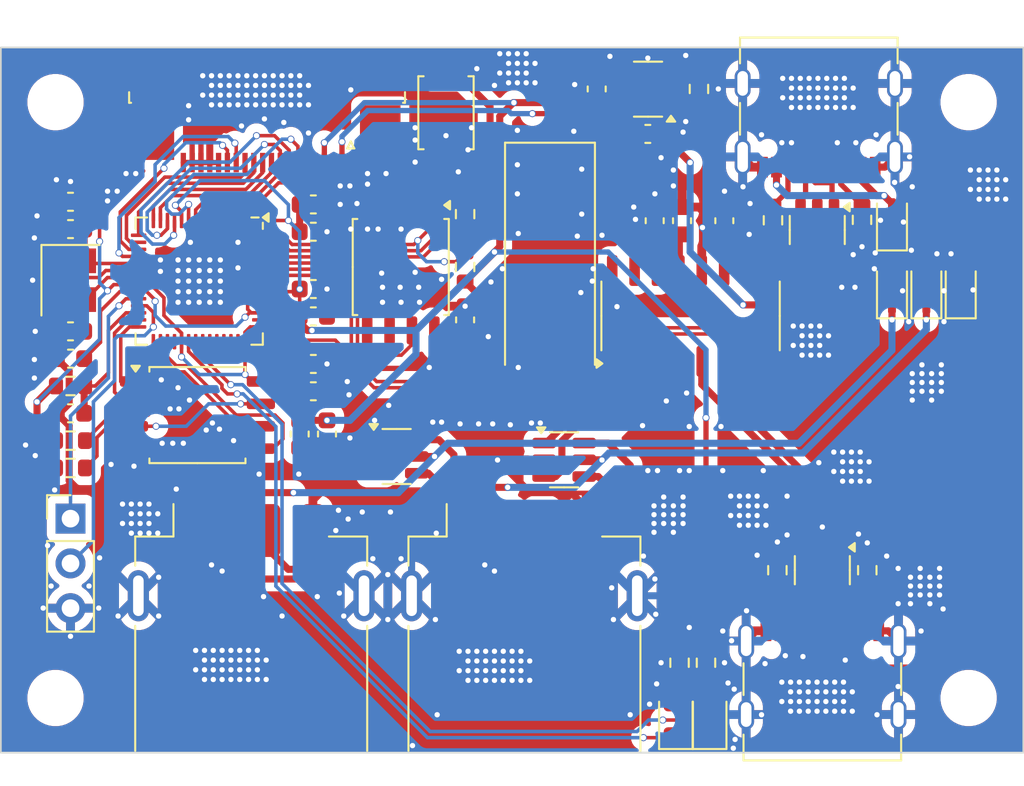
<source format=kicad_pcb>
(kicad_pcb (version 20240108) (generator "pcbnew") (generator_version "8.0")
  (layers (0 "F.Cu" signal) (31 "B.Cu" signal) (34 "B.Paste" user) (35 "F.Paste" user) (36 "B.SilkS" user "B.Silkscreen") (37 "F.SilkS" user "F.Silkscreen") (38 "B.Mask" user) (39 "F.Mask" user) (44 "Edge.Cuts" user))
  (net 0 "")
  (net 1 "RUN")
  (net 2 "GND")
  (net 3 "Net-(U1-XIN)")
  (net 4 "Net-(U1-XOUT)")
  (net 5 "+1V1")
  (net 6 "+3.3VD")
  (net 7 "+5VD")
  (net 8 "Net-(U6-VDD18)")
  (net 9 "Net-(U6-VDD33)")
  (net 10 "Net-(D9-K)")
  (net 11 "GP22{slash}LED_CR")
  (net 12 "Net-(D1-A)")
  (net 13 "Net-(D2-A)")
  (net 14 "GP23{slash}LED_CE")
  (net 15 "VBUS")
  (net 16 "SWD_DIO")
  (net 17 "SWD_CLK")
  (net 18 "/USB/USB_RAW_DM")
  (net 20 "/USB/USB_RAW_DP")
  (net 22 "Net-(J2-CC2)")
  (net 23 "Net-(J2-CC1)")
  (net 24 "Net-(J3-D-)")
  (net 25 "Net-(J3-D+)")
  (net 26 "Net-(J4-D-)")
  (net 27 "Net-(J4-D+)")
  (net 28 "Net-(J5-D+-PadA6)")
  (net 31 "Net-(J5-D--PadA7)")
  (net 32 "Net-(J5-CC2)")
  (net 33 "Net-(J5-CC1)")
  (net 34 "GP11{slash}SPI1_TX")
  (net 35 "GP14{slash}I2C1_SDA")
  (net 36 "GP7{slash}COL1")
  (net 37 "GP15{slash}I2C1_SCL")
  (net 38 "GP10{slash}SPI1_SCK")
  (net 39 "GP8{slash}COL2")
  (net 40 "GP13{slash}SPI1_CSn")
  (net 41 "GP5{slash}ROW1")
  (net 42 "GP12{slash}SPI1_RX")
  (net 43 "GP27{slash}ADC1")
  (net 44 "GP9{slash}COL3")
  (net 45 "GP6{slash}ROW2")
  (net 46 "GP26{slash}ADC0")
  (net 47 "GP2")
  (net 48 "GP4")
  (net 49 "GP24")
  (net 50 "GP25")
  (net 51 "GP3")
  (net 52 "GP0")
  (net 53 "GP1")
  (net 54 "/RP2040/GPIO29_ADC3{slash}VSYS_SENSE")
  (net 55 "/RP2040/QSPI_SS")
  (net 56 "Net-(R3-Pad2)")
  (net 57 "Net-(U4-IO2)")
  (net 58 "Net-(U3-CE)")
  (net 59 "GP17{slash}SPI0_CSn")
  (net 60 "USB_DM")
  (net 61 "USB_DP")
  (net 62 "/RP2040/QSPI_SCLK")
  (net 63 "GP21{slash}I2C0_SCL")
  (net 64 "RP2040_DM")
  (net 65 "GP20{slash}I2C0_SDA")
  (net 66 "GP19{slash}SPI0_TX")
  (net 67 "/RP2040/QSPI_SD3")
  (net 68 "GP16{slash}SPI0_RX")
  (net 69 "/RP2040/QSPI_SD1")
  (net 70 "RP2040_DP")
  (net 71 "GP18{slash}SPI0_SCK")
  (net 72 "/RP2040/QSPI_SD0")
  (net 73 "/RP2040/QSPI_SD2")
  (net 75 "USBH2_DM")
  (net 76 "USBH1_DM")
  (net 77 "USBM2_DM")
  (net 78 "USBH2_DP")
  (net 79 "Net-(U6-XIN)")
  (net 80 "Net-(U6-XOUT)")
  (net 81 "USBM2_DP")
  (net 82 "USBH1_DP")
  (net 83 "Net-(D4-K)")
  (net 84 "Net-(D6-K)")
  (net 85 "GP28{slash}ADC2")
  (footprint "Capacitor_SMD:C_0603_1608Metric" (layer "F.Cu") (at 114.825 70.1)
    (property "Reference" "C15" (hide yes))
    (property "Value" "100nF" (hide yes))
  )
  (footprint "Connector_PinHeader_2.54mm:PinHeader_1x03_P2.54mm_Vertical" (layer "F.Cu") (at 101.05 83.125)
    (property "Reference" "J1" (hide yes))
    (property "Value" "JTAG" (hide yes))
  )
  (footprint "Capacitor_SMD:C_0603_1608Metric" (layer "F.Cu") (at 135.74 66.225 -90)
    (property "Reference" "C20" (hide yes))
    (property "Value" "10uF" (hide yes))
  )
  (footprint "Diode_SMD:D_SOD-323" (layer "F.Cu") (at 151.55 70.15 90)
    (property "Reference" "D4" (hide yes))
    (property "Value" "1N5819WS" (hide yes))
  )
  (footprint "Package_SO:SO-16_3.9x9.9mm_P1.27mm" (layer "F.Cu") (at 136.225 71.625 90)
    (property "Reference" "U6" (hide yes))
    (property "Value" "SL2.1A" (hide yes))
  )
  (footprint "Package_TO_SOT_SMD:SOT-23-6" (layer "F.Cu") (at 129.05 79.7875)
    (property "Reference" "U11" (hide yes))
    (property "Value" "USBLC6-2SC6" (hide yes))
  )
  (footprint "Connector_FFC-FPC:TE_2-1734839-0_1x20-1MP_P0.5mm_Horizontal" (layer "F.Cu") (at 112.2 61.575 180)
    (property "Reference" "J6" (hide yes))
    (property "Value" "0.5mm FPC" (hide yes))
  )
  (footprint "Connector_USB:USB_A_Receptacle_GCT_USB1046" (layer "F.Cu") (at 111.3 91.05)
    (property "Reference" "J4" (hide yes))
    (property "Value" "USB_A" (hide yes))
  )
  (footprint "Connector_USB:USB_A_Receptacle_GCT_USB1046" (layer "F.Cu") (at 126.8 91.05)
    (property "Reference" "J3" (hide yes))
    (property "Value" "USB_A" (hide yes))
  )
  (footprint "Diode_SMD:D_SOD-323" (layer "F.Cu") (at 147.65 66.3 90)
    (property "Reference" "D3" (hide yes))
    (property "Value" "1N5819WS" (hide yes))
  )
  (footprint "Resistor_SMD:R_0603_1608Metric" (layer "F.Cu") (at 101.05 78.7)
    (property "Reference" "R12" (hide yes))
    (property "Value" "10k" (hide yes))
  )
  (footprint "Capacitor_SMD:C_0603_1608Metric" (layer "F.Cu") (at 133.8 61.3 180)
    (property "Reference" "C17" (hide yes))
    (property "Value" "10uF" (hide yes))
  )
  (footprint "MountingHole:MountingHole_2.7mm_M2.5" (layer "F.Cu") (at 100.2 93.3)
    (property "Reference" "H3" (hide yes))
    (property "Value" "MountingHole" (hide yes))
  )
  (footprint "Package_TO_SOT_SMD:SOT-23-5" (layer "F.Cu") (at 133.8125 58.7625 180)
    (property "Reference" "U3" (hide yes))
    (property "Value" "XC6220B331MR" (hide yes))
  )
  (footprint "LED_SMD:LED_0805_2012Metric" (layer "F.Cu") (at 135.4 94.51 90)
    (property "Reference" "D1" (hide yes))
    (property "Value" "LED/R" (hide yes))
  )
  (footprint "Capacitor_SMD:C_0603_1608Metric" (layer "F.Cu") (at 101.05 74.05)
    (property "Reference" "C6" (hide yes))
    (property "Value" "2.2uF" (hide yes))
  )
  (footprint "Resistor_SMD:R_0603_1608Metric" (layer "F.Cu") (at 101.05 75.6 180)
    (property "Reference" "R4" (hide yes))
    (property "Value" "10k" (hide yes))
  )
  (footprint "Resistor_SMD:R_0603_1608Metric" (layer "F.Cu") (at 145.95 66.175 -90)
    (property "Reference" "R13" (hide yes))
    (property "Value" "5.1k" (hide yes))
  )
  (footprint "Capacitor_SMD:C_0603_1608Metric" (layer "F.Cu") (at 123.435 71.85 90)
    (property "Reference" "C11" (hide yes))
    (property "Value" "100nF" (hide yes))
  )
  (footprint "Resistor_SMD:R_0603_1608Metric" (layer "F.Cu") (at 137.1 91.3 90)
    (property "Reference" "R6" (hide yes))
    (property "Value" "1k" (hide yes))
  )
  (footprint "Button_Switch_SMD:SW_Push_SPST_NO_Alps_SKRK" (layer "F.Cu") (at 122.35 60.1 90)
    (property "Reference" "SW1" (hide yes))
    (property "Value" "SW_Push" (hide yes))
  )
  (footprint "Resistor_SMD:R_0603_1608Metric" (layer "F.Cu") (at 140.9 66.2 90)
    (property "Reference" "R14" (hide yes))
    (property "Value" "5.1k" (hide yes))
  )
  (footprint "Crystal:Crystal_SMD_3225-4Pin_3.2x2.5mm" (layer "F.Cu") (at 101.05 69.6 -90)
    (property "Reference" "Y1" (hide yes))
    (property "Value" "12MHz" (hide yes))
  )
  (footprint "Resistor_SMD:R_0603_1608Metric" (layer "F.Cu") (at 136.7 58.75 -90)
    (property "Reference" "R11" (hide yes))
    (property "Value" "100k" (hide yes))
  )
  (footprint "Capacitor_SMD:C_0603_1608Metric" (layer "F.Cu") (at 101.05 65.15 180)
    (property "Reference" "C13" (hide yes))
    (property "Value" "100nF" (hide yes))
  )
  (footprint "Capacitor_SMD:C_0603_1608Metric" (layer "F.Cu") (at 101.05 77.15 180)
    (property "Reference" "C1" (hide yes))
    (property "Value" "100nF" (hide yes))
  )
  (footprint "Connector_USB:USB_C_Receptacle_Palconn_UTC16-G" (layer "F.Cu") (at 143.7 92)
    (property "Reference" "J5" (hide yes))
    (property "Value" "USB_C_Receptacle_USB2.0" (hide yes))
  )
  (footprint "Resistor_SMD:R_0603_1608Metric" (layer "F.Cu") (at 123.435 65.85 90)
    (property "Reference" "R3" (hide yes))
    (property "Value" "100" (hide yes))
  )
  (footprint "Package_TO_SOT_SMD:SOT-23-6" (layer "F.Cu") (at 143.4125 66.75 -90)
    (property "Reference" "U5" (hide yes))
    (property "Value" "USBLC6-2SC6" (hide yes))
  )
  (footprint "MountingHole:MountingHole_2.7mm_M2.5" (layer "F.Cu") (at 152 59.5)
    (property "Reference" "H2" (hide yes))
    (property "Value" "MountingHole" (hide yes))
  )
  (footprint "Capacitor_SMD:C_0603_1608Metric" (layer "F.Cu") (at 114.825 66.85)
    (property "Reference" "C9" (hide yes))
    (property "Value" "100nF" (hide yes))
  )
  (footprint "Capacitor_SMD:C_0603_1608Metric" (layer "F.Cu") (at 114.825 71.65)
    (property "Reference" "C14" (hide yes))
    (property "Value" "100nF" (hide yes))
  )
  (footprint "Package_SO:SOIC-8_5.23x5.23mm_P1.27mm" (layer "F.Cu") (at 119.785 68.85 -90)
    (property "Reference" "U2" (hide yes))
    (property "Value" "W25Q128JVSS" (hide yes))
  )
  (footprint "Resistor_SMD:R_0603_1608Metric" (layer "F.Cu") (at 135.6 91.3 90)
    (property "Reference" "R5" (hide yes))
    (property "Value" "1k" (hide yes))
  )
  (footprint "MountingHole:MountingHole_2.7mm_M2.5" (layer "F.Cu") (at 100.2 59.5)
    (property "Reference" "H1" (hide yes))
    (property "Value" "MountingHole" (hide yes))
  )
  (footprint "Package_SO:SOIC-8_5.23x5.23mm_P1.27mm" (layer "F.Cu") (at 108.25 77.25)
    (property "Reference" "U4" (hide yes))
    (property "Value" "W25Q32JVSS" (hide yes))
  )
  (footprint "Capacitor_SMD:C_0603_1608Metric" (layer "F.Cu") (at 130.9 58.75 90)
    (property "Reference" "C18" (hide yes))
    (property "Value" "10uF" (hide yes))
  )
  (footprint "Resistor_SMD:R_0603_1608Metric" (layer "F.Cu") (at 146.25 86.05 -90)
    (property "Reference" "R19" (hide yes))
    (property "Value" "5.1k" (hide yes))
  )
  (footprint "Package_TO_SOT_SMD:SOT-23-6" (layer "F.Cu") (at 119.55 79.6)
    (property "Reference" "U12" (hide yes))
    (property "Value" "USBLC6-2SC6" (hide yes))
  )
  (footprint "Capacitor_SMD:C_0603_1608Metric" (layer "F.Cu") (at 114.825 74.35 180)
    (property "Reference" "C5" (hide yes))
    (property "Value" "2.2uF" (hide yes))
  )
  (footprint "MountingHole:MountingHole_2.7mm_M2.5" (layer "F.Cu") (at 152 93.3)
    (property "Reference" "H4" (hide yes))
    (property "Value" "MountingHole" (hide yes))
  )
  (footprint "Crystal:Crystal_SMD_HC49-SD" (layer "F.Cu") (at 128.25 68.5 -90)
    (property "Reference" "Y2" (hide yes))
    (property "Value" "12MHz" (hide yes))
  )
  (footprint "Resistor_SMD:R_0603_1608Metric" (layer "F.Cu") (at 101.05 80.25 180)
    (property "Reference" "R10" (hide yes))
    (property "Value" "10k" (hide yes))
  )
  (footprint "Package_TO_SOT_SMD:SOT-23-6" (layer "F.Cu") (at 143.7 86.05 -90)
    (property "Reference" "U13" (hide yes))
    (property "Value" "USBLC6-2SC6" (hide yes))
  )
  (footprint "Capacitor_SMD:C_0603_1608Metric" (layer "F.Cu") (at 101.05 72.5)
    (property "Reference" "C3" (hide yes))
    (property "Value" "30pF" (hide yes))
  )
  (footprint "Capacitor_SMD:C_0603_1608Metric" (layer "F.Cu") (at 101.05 66.7 180)
    (property "Reference" "C2" (hide yes))
    (property "Value" "30pF" (hide yes))
  )
  (footprint "Resistor_SMD:R_0603_1608Metric" (layer "F.Cu") (at 141.15 86.05 90)
    (property "Reference" "R18" (hide yes))
    (property "Value" "5.1k" (hide yes))
  )
  (footprint "Package_DFN_QFN:QFN-56-1EP_7x7mm_P0.4mm_EP3.2x3.2mm" (layer "F.Cu") (at 108.35 69.65 -90)
    (property "Reference" "U1" (hide yes))
    (property "Value" "RP2040" (hide yes))
  )
  (footprint "Capacitor_SMD:C_0603_1608Metric" (layer "F.Cu") (at 115.6 78.325 -90)
    (property "Reference" "C8" (hide yes))
    (property "Value" "100nF" (hide yes))
  )
  (footprint "Capacitor_SMD:C_0603_1608Metric" (layer "F.Cu") (at 138.14 66.225 90)
    (property "Reference" "C21" (hide yes))
    (property "Value" "10uF" (hide yes))
  )
  (footprint "Capacitor_SMD:C_0603_1608Metric" (layer "F.Cu") (at 134.19 66.225 -90)
    (property "Reference" "C19" (hide yes))
    (property "Value" "10uF" (hide yes))
  )
  (footprint "Diode_SMD:D_SOD-323" (layer "F.Cu") (at 149.6 70.15 90)
    (property "Reference" "D6" (hide yes))
    (property "Value" "1N5819WS" (hide yes))
  )
  (footprint "Connector_USB:USB_C_Receptacle_Palconn_UTC16-G" (layer "F.Cu") (at 143.5 60.675 180)
    (property "Reference" "J2" (hide yes))
    (property "Value" "USB_C_Receptacle_USB2.0")
  )
  (footprint "Capacitor_SMD:C_0603_1608Metric" (layer "F.Cu") (at 114.825 65.3)
    (property "Reference" "C10" (hide yes))
    (property "Value" "100nF" (hide yes))
  )
  (footprint "Capacitor_SMD:C_0603_1608Metric" (layer "F.Cu") (at 114.825 75.9)
    (property "Reference" "C7" (hide yes))
    (property "Value" "2.2uF" (hide yes))
  )
  (footprint "Capacitor_SMD:C_0603_1608Metric" (layer "F.Cu") (at 114.05 78.325 -90)
    (property "Reference" "C16" (hide yes))
    (property "Value" "100nF" (hide yes))
  )
  (footprint "LED_SMD:LED_0805_2012Metric" (layer "F.Cu") (at 137.3 94.51 90)
    (property "Reference" "D2" (hide yes))
    (property "Value" "LED/B" (hide yes))
  )
  (footprint "Resistor_SMD:R_0603_1608Metric" (layer "F.Cu") (at 123.435 68.85 90)
    (property "Reference" "R7" (hide yes))
    (property "Value" "10k" (hide yes))
  )
  (footprint "Diode_SMD:D_SOD-323" (layer "F.Cu") (at 147.65 70.15 90)
    (property "Reference" "D9" (hide yes))
    (property "Value" "1N5819WS" (hide yes))
  )
  (gr_rect (start 97.1 56.4) (end 155.1 96.4) (stroke (width 0.1)) (fill none) (layer "Edge.Cuts"))
  (segment (start 104.9125 71.45) (end 104.2 71.45) (width 0.2) (layer "F.Cu") (net 1))
  (segment (start 103.2 74.85) (end 102.45 75.6) (width 0.2) (layer "F.Cu") (net 1))
  (segment (start 102.45 75.6) (end 101.875 75.6) (width 0.2) (layer "F.Cu") (net 1))
  (segment (start 104.2 71.45) (end 103.2 72.45) (width 0.2) (layer "F.Cu") (net 1))
  (segment (start 101.825 75.65) (end 101.875 75.6) (width 0.4) (layer "F.Cu") (net 1))
  (segment (start 101.825 77.15) (end 101.825 75.65) (width 0.4) (layer "F.Cu") (net 1))
  (segment (start 103.2 72.45) (end 103.2 74.85) (width 0.2) (layer "F.Cu") (net 1))
  (segment (start 148.02 85.92) (end 148.02 85.93) (width 0.4) (layer "F.Cu") (net 2))
  (segment (start 98.55 69.25) (end 98.55 65.85) (width 0.4) (layer "F.Cu") (net 2))
  (segment (start 116.95 58.8) (end 111.9 58.8) (width 0.4) (layer "F.Cu") (net 2))
  (segment (start 103.1 84.95) (end 102.7 85.35) (width 0.4) (layer "F.Cu") (net 2))
  (segment (start 136.65 65.45) (end 135.74 65.45) (width 0.4) (layer "F.Cu") (net 2))
  (segment (start 138.1 58.45) (end 139.165 58.45) (width 0.3) (layer "F.Cu") (net 2))
  (segment (start 139.165 58.45) (end 139.18 58.435) (width 0.3) (layer "F.Cu") (net 2))
  (segment (start 117.9 64.430001) (end 117.9 64.15) (width 0.4) (layer "F.Cu") (net 2))
  (segment (start 129.45 81.65) (end 130.3 82.5) (width 0.4) (layer "F.Cu") (net 2))
  (segment (start 133.8 59.250001) (end 134.287501 58.7625) (width 0.3) (layer "F.Cu") (net 2))
  (segment (start 136.9 65.7) (end 136.65 65.45) (width 0.4) (layer "F.Cu") (net 2))
  (segment (start 117.9 63.55) (end 118.95 63.55) (width 0.4) (layer "F.Cu") (net 2))
  (segment (start 147.44 89.49) (end 148.02 90.07) (width 0.4) (layer "F.Cu") (net 2))
  (segment (start 104.9125 68.65) (end 105.95 68.65) (width 0.2) (layer "F.Cu") (net 2))
  (segment (start 137.15 65.45) (end 136.9 65.7) (width 0.4) (layer "F.Cu") (net 2))
  (segment (start 102.05 68.65) (end 101.9 68.5) (width 0.2) (layer "F.Cu") (net 2))
  (segment (start 138.14 64.41) (end 138.25 64.3) (width 0.4) (layer "F.Cu") (net 2))
  (segment (start 132.45 64) (end 132.45 64.95) (width 0.4) (layer "F.Cu") (net 2))
  (segment (start 98.55 70.25) (end 98.55 69.95) (width 0.4) (layer "F.Cu") (net 2))
  (segment (start 103.05 81.75) (end 103.1 81.8) (width 0.4) (layer "F.Cu") (net 2))
  (segment (start 119.8 70.85) (end 120.85 70.85) (width 0.4) (layer "F.Cu") (net 2))
  (segment (start 140.5 89.49) (end 139.96 89.49) (width 0.4) (layer "F.Cu") (net 2))
  (segment (start 136.9 69.01) (end 136.86 69.05) (width 0.4) (layer "F.Cu") (net 2))
  (segment (start 101.825 68.425) (end 101.9 68.5) (width 0.4) (layer "F.Cu") (net 2))
  (segment (start 120.6 60.95) (end 120.5 60.85) (width 0.4) (layer "F.Cu") (net 2))
  (segment (start 139.38 85.82) (end 139.38 88.33) (width 0.4) (layer "F.Cu") (net 2))
  (segment (start 136.86 69.924999) (end 135.684999 71.1) (width 0.4) (layer "F.Cu") (net 2))
  (segment (start 117.9 66.25) (end 117.9 66.7) (width 0.4) (layer "F.Cu") (net 2))
  (segment (start 120.05 58.8) (end 116.95 58.8) (width 0.4) (layer "F.Cu") (net 2))
  (segment (start 117.88 64.450001) (end 117.9 64.430001) (width 0.4) (layer "F.Cu") (net 2))
  (segment (start 116.55 88.65) (end 117.7 87.5) (width 0.4) (layer "F.Cu") (net 2))
  (segment (start 130.3 82.5) (end 130.3 83.8) (width 0.4) (layer "F.Cu") (net 2))
  (segment (start 138.25 64.3) (end 139.2 64.3) (width 0.4) (layer "F.Cu") (net 2))
  (segment (start 139.575 67.025) (end 139.55 67) (width 0.4) (layer "F.Cu") (net 2))
  (segment (start 111.9 58.8) (end 108.95 61.75) (width 0.4) (layer "F.Cu") (net 2))
  (segment (start 103.1 81.8) (end 103.1 84.95) (width 0.4) (layer "F.Cu") (net 2))
  (segment (start 105.95 68.65) (end 106.15 68.45) (width 0.2) (layer "F.Cu") (net 2))
  (segment (start 100.975 76.597182) (end 100.975 74.75) (width 0.4) (layer "F.Cu") (net 2))
  (segment (start 98.9 69.6) (end 98.55 69.25) (width 0.4) (layer "F.Cu") (net 2))
  (segment (start 116.9 78.55) (end 116.9 78.9) (width 0.4) (layer "F.Cu") (net 2))
  (segment (start 123.435 71.075) (end 122.375 71.075) (width 0.4) (layer "F.Cu") (net 2))
  (segment (start 113.1 88.65) (end 113.1 88.65) (width 0.4) (layer "F.Cu") (net 2))
  (segment (start 129.6 61.15) (end 132.45 64) (width 0.4) (layer "F.Cu") (net 2))
  (segment (start 138.14 64.54) (end 138.14 64.41) (width 0.4) (layer "F.Cu") (net 2))
  (segment (start 100.275 74.05) (end 100.275 72.5) (width 0.4) (layer "F.Cu") (net 2))
  (segment (start 116.85 76.1) (end 116.9 76.15) (width 0.4) (layer "F.Cu") (net 2))
  (segment (start 107.35 68.65) (end 108.35 69.65) (width 0.2) (layer "F.Cu") (net 2))
  (segment (start 118.75 70.85) (end 119.8 70.85) (width 0.4) (layer "F.Cu") (net 2))
  (segment (start 106.95 68.65) (end 107.15 68.45) (width 0.2) (layer "F.Cu") (net 2))
  (segment (start 98.55 65.85) (end 99.25 65.15) (width 0.4) (layer "F.Cu") (net 2))
  (segment (start 136.9 66.61) (end 136.9 65.7) (width 0.4) (layer "F.Cu") (net 2))
  (segment (start 106.1 88.7) (end 110.85 88.7) (width 0.4) (layer "F.Cu") (net 2))
  (segment (start 120.6 62.5) (end 120.9 62.2) (width 0.4) (layer "F.Cu") (net 2))
  (segment (start 117 66.75) (end 116.95 66.7) (width 0.4) (layer "F.Cu") (net 2))
  (segment (start 115.6 71.65) (end 115.6 70.1) (width 0.4) (layer "F.Cu") (net 2))
  (segment (start 103.05 85.65) (end 104.9 87.5) (width 0.4) (layer "F.Cu") (net 2))
  (segment (start 140.9 67.025) (end 139.575 67.025) (width 0.4) (layer "F.Cu") (net 2))
  (segment (start 139.38 88.33) (end 139.4 88.35) (width 0.4) (layer "F.Cu") (net 2))
  (segment (start 137.7875 58.7625) (end 137.8 58.75) (width 0.3) (layer "F.Cu") (net 2))
  (segment (start 136.86 69.05) (end 136.86 69.924999) (width 0.4) (layer "F.Cu") (net 2))
  (segment (start 100.275 77.15) (end 100.422182 77.15) (width 0.4) (layer "F.Cu") (net 2))
  (segment (start 134.287501 58.7625) (end 134.95 58.7625) (width 0.3) (layer "F.Cu") (net 2))
  (segment (start 106.05 88.65) (end 106.1 88.7) (width 0.4) (layer "F.Cu") (net 2))
  (segment (start 117.9 64.15) (end 117.9 63.55) (width 0.4) (layer "F.Cu") (net 2))
  (segment (start 102.7 85.35) (end 103.05 85.65) (width 0.4) (layer "F.Cu") (net 2))
  (segment (start 115.6 65.3) (end 115.6 66.85) (width 0.4) (layer "F.Cu") (net 2))
  (segment (start 120.6 62.9) (end 120.6 62.5) (width 0.4) (layer "F.Cu") (net 2))
  (segment (start 122.375 71.075) (end 122.15 70.85) (width 0.4) (layer "F.Cu") (net 2))
  (segment (start 125.275 79.8) (end 127.125 81.65) (width 0.4) (layer "F.Cu") (net 2))
  (segment (start 145.825 66.875) (end 145.95 67) (width 0.4) (layer "F.Cu") (net 2))
  (segment (start 139.4 88.35) (end 139.38 88.37) (width 0.4) (layer "F.Cu") (net 2))
  (segment (start 139.2 64.3) (end 139.18 64.3) (width 0.4) (layer "F.Cu") (net 2))
  (segment (start 115.6 75.9) (end 116.65 75.9) (width 0.4) (layer "F.Cu") (net 2))
  (segment (start 119.05 88.85) (end 117.7 87.5) (width 0.4) (layer "F.Cu") (net 2))
  (segment (start 101.45 81.45) (end 102.75 81.45) (width 0.4) (layer "F.Cu") (net 2))
  (segment (start 118.4125 79.6) (end 117.2 79.6) (width 0.4) (layer "F.Cu") (net 2))
  (segment (start 99.25 65.15) (end 100.275 65.15) (width 0.4) (layer "F.Cu") (net 2))
  (segment (start 131.6875 58.7625) (end 134.95 58.7625) (width 0.3) (layer "F.Cu") (net 2))
  (segment (start 110.85 88.7) (end 112 87.55) (width 0.4) (layer "F.Cu") (net 2))
  (segment (start 138.14 65.45) (end 138.14 64.56) (width 0.4) (layer "F.Cu") (net 2))
  (segment (start 141.15 85.225) (end 140 85.2) (width 0.4) (layer "F.Cu") (net 2))
  (segment (start 102.75 81.45) (end 103.05 81.75) (width 0.4) (layer "F.Cu") (net 2))
  (segment (start 117.85 66.75) (end 117 66.75) (width 0.4) (layer "F.Cu") (net 2))
  (segment (start 115.65 66.8) (end 115.6 66.85) (width 0.4) (layer "F.Cu") (net 2))
  (segment (start 120.5 61.8) (end 120.5 61.75) (width 0.4) (layer "F.Cu") (net 2))
  (segment (start 117.88 65.25) (end 117.88 64.450001) (width 0.4) (layer "F.Cu") (net 2))
  (segment (start 127.125 81.65) (end 129.45 81.65) (width 0.4) (layer "F.Cu") (net 2))
  (segment (start 101.825 66.7) (end 100.275 65.15) (width 0.4) (layer "F.Cu") (net 2))
  (segment (start 115.6 81.3) (end 115.6 79.1) (width 0.4) (layer "F.Cu") (net 2))
  (segment (start 147.24 63.185) (end 147.82 62.605) (width 0.4) (layer "F.Cu") (net 2))
  (segment (start 135.684999 71.1) (end 132.05 71.1) (width 0.4) (layer "F.Cu") (net 2))
  (segment (start 114.8 83.8) (end 114.8 82.1) (width 0.4) (layer "F.Cu") (net 2))
  (segment (start 117.88 66.27) (end 117.9 66.25) (width 0.4) (layer "F.Cu") (net 2))
  (segment (start 100.275 70.775) (end 100.2 70.7) (width 0.4) (layer "F.Cu") (net 2))
  (segment (start 125.2875 79.7875) (end 127.9125 79.7875) (width 0.4) (layer "F.Cu") (net 2))
  (segment (start 130.9 57.975) (end 131.6875 58.7625) (width 0.3) (layer "F.Cu") (net 2))
  (segment (start 138.14 64.56) (end 138.15 64.55) (width 0.4) (layer "F.Cu") (net 2))
  (segment (start 148 85.95) (end 148.02 85.97) (width 0.4) (layer "F.Cu") (net 2))
  (segment (start 104.9 87.5) (end 106.05 88.65) (width 0.4) (layer "F.Cu") (net 2))
  (segment (start 143.7 84.9125) (end 143.7 83.6) (width 0.4) (layer "F.Cu") (net 2))
  (segment (start 100.275 77.15) (end 100.975 77.85) (width 0.4) (layer "F.Cu") (net 2))
  (segment (start 107.45 62.925) (end 109.45 62.925) (width 0.3) (layer "F.Cu") (net 2))
  (segment (start 144.001238 66.875) (end 145.825 66.875) (width 0.4) (layer "F.Cu") (net 2))
  (segment (start 143.4125 65.6125) (end 143.4125 66.286262) (width 0.4) (layer "F.Cu") (net 2))
  (segment (start 116.9 76.15) (end 116.9 78.55) (width 0.4) (layer "F.Cu") (net 2))
  (segment (start 146.25 85.225) (end 147.325 85.225) (width 0.4) (layer "F.Cu") (net 2))
  (segment (start 120.5 61.55) (end 120.5 61.05) (width 0.4) (layer "F.Cu") (net 2))
  (segment (start 100.422182 77.15) (end 100.975 76.597182) (width 0.4) (layer "F.Cu") (net 2))
  (segment (start 138.14 65.45) (end 137.15 65.45) (width 0.4) (layer "F.Cu") (net 2))
  (segment (start 133.025 61.3) (end 133.8 60.525) (width 0.3) (layer "F.Cu") (net 2))
  (segment (start 120.4 87.5) (end 121.75 88.85) (width 0.4) (layer "F.Cu") (net 2))
  (segment (start 112 87.55) (end 113.05 88.6) (width 0.4) (layer "F.Cu") (net 2))
  (segment (start 148.02 85.93) (end 148 85.95) (width 0.4) (layer "F.Cu") (net 2))
  (segment (start 117.88 65.25) (end 117.88 66.27) (width 0.4) (layer "F.Cu") (net 2))
  (segment (start 104.9125 68.65) (end 102.05 68.65) (width 0.2) (layer "F.Cu") (net 2))
  (segment (start 138.15 64.55) (end 138.14 64.54) (width 0.4) (layer "F.Cu") (net 2))
  (segment (start 148.02 85.97) (end 148.02 90.07) (width 0.4) (layer "F.Cu") (net 2))
  (segment (start 125.275 79.8) (end 125.2875 79.7875) (width 0.4) (layer "F.Cu") (net 2))
  (segment (start 132.95 65.45) (end 133 65.45) (width 0.4) (layer "F.Cu") (net 2))
  (segment (start 100.2 70.7) (end 99 70.7) (width 0.4) (layer "F.Cu") (net 2))
  (segment (start 147.325 85.225) (end 147.35 85.25) (width 0.4) (layer "F.Cu") (net 2))
  (segment (start 100.275 72.5) (end 100.275 70.775) (width 0.4) (layer "F.Cu") (net 2))
  (segment (start 120.5 59.25) (end 120.05 58.8) (width 0.4) (layer "F.Cu") (net 2))
  (segment (start 139.96 89.49) (end 139.38 90.07) (width 0.4) (layer "F.Cu") (net 2))
  (segment (start 120.5 61.75) (end 120.6 61.65) (width 0.4) (layer "F.Cu") (net 2))
  (segment (start 146.7 63.185) (end 147.24 63.185) (width 0.4) (layer "F.Cu") (net 2))
  (segment (start 115.6 74.35) (end 115.6 75.9) (width 0.4) (layer "F.Cu") (net 2))
  (segment (start 139.975 85.225) (end 139.38 85.82) (width 0.4) (layer "F.Cu") (net 2))
  (segment (start 133 65.45) (end 134.19 65.45) (width 0.4) (layer "F.Cu") (net 2))
  (segment (start 118.95 63.55) (end 119.1 63.4) (width 0.4) (layer "F.Cu") (net 2))
  (segment (start 104.65 80.15) (end 103.05 81.75) (width 0.4) (layer "F.Cu") (net 2))
  (segment (start 117.2 79.6) (end 116.7 79.1) (width 0.4) (layer "F.Cu") (net 2))
  (segment (start 104.65 79.155) (end 104.65 80.15) (width 0.4) (layer "F.Cu") (net 2))
  (segment (start 116.95 66.7) (end 116.85 66.8) (width 0.4) (layer "F.Cu") (net 2))
  (segment (start 121.75 88.85) (end 131.85 88.85) (width 0.4) (layer "F.Cu") (net 2))
  (segment (start 119.1 63.4) (end 120.1 63.4) (width 0.4) (layer "F.Cu") (net 2))
  (segment (start 140 85.2) (end 139.975 85.225) (width 0.4) (layer "F.Cu") (net 2))
  (segment (start 120.5 60.85) (end 120.5 59.25) (width 0.4) (layer "F.Cu") (net 2))
  (segment (start 113.05 88.6) (end 113.05 88.65) (width 0.4) (layer "F.Cu") (net 2))
  (segment (start 136.9 66.61) (end 136.9 69.01) (width 0.4) (layer "F.Cu") (net 2))
  (segment (start 117.9 66.7) (end 117.85 66.75) (width 0.4) (layer "F.Cu") (net 2))
  (segment (start 143.4125 66.286262) (end 144.001238 66.875) (width 0.4) (layer "F.Cu") (net 2))
  (segment (start 147.35 85.25) (end 148.02 85.92) (width 0.4) (layer "F.Cu") (net 2))
  (segment (start 139.76 63.185) (end 139.18 62.605) (width 0.4) (layer "F.Cu") (net 2))
  (segment (start 113.05 88.65) (end 113.1 88.65) (width 0.4) (layer "F.Cu") (net 2))
  (segment (start 132.45 64.95) (end 132.95 65.45) (width 0.4) (layer "F.Cu") (net 2))
  (segment (start 116.7 79.1) (end 115.6 79.1) (width 0.4) (layer "F.Cu") (net 2))
  (segment (start 131.85 88.85) (end 133.2 87.5) (width 0.4) (layer "F.Cu") (net 2))
  (segment (start 122.15 70.85) (end 120.85 70.85) (width 0.4) (layer "F.Cu") (net 2))
  (segment (start 123.6 62.2) (end 121.4 62.2) (width 0.4) (layer "F.Cu") (net 2))
  (segment (start 116.65 75.9) (end 116.85 76.1) (width 0.4) (layer "F.Cu") (net 2))
  (segment (start 99 70.7) (end 98.55 70.25) (width 0.4) (layer "F.Cu") (net 2))
  (segment (start 100.975 80.975) (end 101.45 81.45) (width 0.4) (layer "F.Cu") (net 2))
  (segment (start 116.9 78.9) (end 116.7 79.1) (width 0.4) (layer "F.Cu") (net 2))
  (segment (start 114.8 82.1) (end 115.6 81.3) (width 0.4) (layer "F.Cu") (net 2))
  (segment (start 120.5 61.05) (end 120.6 60.95) (width 0.4) (layer "F.Cu") (net 2))
  (segment (start 135.74 65.45) (end 134.19 65.45) (width 0.4) (layer "F.Cu") (net 2))
  (segment (start 140.3 63.185) (end 139.76 63.185) (width 0.4) (layer "F.Cu") (net 2))
  (segment (start 137.8 58.75) (end 138.1 58.45) (width 0.3) (layer "F.Cu") (net 2))
  (segment (start 120.1 63.4) (end 120.6 62.9) (width 0.4) (layer "F.Cu") (net 2))
  (segment (start 101.825 66.7) (end 101.825 68.425) (width 0.4) (layer "F.Cu") (net 2))
  (segment (start 115.6 79.1) (end 114.05 79.1) (width 0.4) (layer "F.Cu") (net 2))
  (segment (start 107.15 68.45) (end 107.35 68.65) (width 0.2) (layer "F.Cu") (net 2))
  (segment (start 146.9 89.49) (end 147.44 89.49) (width 0.4) (layer "F.Cu") (net 2))
  (segment (start 98.55 69.95) (end 98.9 69.6) (width 0.4) (layer "F.Cu") (net 2))
  (segment (start 139.18 64.3) (end 139.18 62.605) (width 0.4) (layer "F.Cu") (net 2))
  (segment (start 120.6 61.65) (end 120.5 61.55) (width 0.4) (layer "F.Cu") (net 2))
  (segment (start 106.35 68.65) (end 106.95 68.65) (width 0.2) (layer "F.Cu") (net 2))
  (segment (start 133.8 60.525) (end 133.8 59.250001) (width 0.3) (layer "F.Cu") (net 2))
  (segment (start 108.95 61.75) (end 108.95 62.925) (width 0.4) (layer "F.Cu") (net 2))
  (segment (start 134.95 58.7625) (end 137.7875 58.7625) (width 0.3) (layer "F.Cu") (net 2))
  (segment (start 106.15 68.45) (end 106.35 68.65) (width 0.2) (layer "F.Cu") (net 2))
  (segment (start 113.1 88.65) (end 116.55 88.65) (width 0.4) (layer "F.Cu") (net 2))
  (segment (start 120.9 62.2) (end 120.5 61.8) (width 0.4) (layer "F.Cu") (net 2))
  (segment (start 121.4 62.2) (end 120.9 62.2) (width 0.4) (layer "F.Cu") (net 2))
  (segment (start 100.975 77.85) (end 100.975 80.975) (width 0.4) (layer "F.Cu") (net 2))
  (segment (start 119.05 88.85) (end 120.4 87.5) (width 0.4) (layer "F.Cu") (net 2))
  (segment (start 116.85 66.8) (end 115.65 66.8) (width 0.4) (layer "F.Cu") (net 2))
  (segment (start 139.38 88.37) (end 139.38 90.07) (width 0.4) (layer "F.Cu") (net 2))
  (segment (start 100.975 74.75) (end 100.275 74.05) (width 0.4) (layer "F.Cu") (net 2))
  (via (at 116.9 78.55) (size 0.4) (drill 0.3) (layers "F.Cu" "B.Cu") (net 2))
  (via (at 111.05 59.1) (size 0.4) (drill 0.3) (layers "F.Cu" "B.Cu") (net 2))
  (via (at 118.5 66.7) (size 0.4) (drill 0.3) (layers "F.Cu" "B.Cu") (net 2))
  (via (at 142.45 58.7) (size 0.4) (drill 0.3) (layers "F.Cu" "B.Cu") (net 2))
  (via (at 121.4 74.55) (size 0.4) (drill 0.3) (layers "F.Cu" "B.Cu") (net 2))
  (via (at 107.8 76.4) (size 0.4) (drill 0.3) (layers "F.Cu" "B.Cu") (net 2))
  (via (at 110.15 91.15) (size 0.4) (drill 0.3) (layers "F.Cu" "B.Cu") (net 2))
  (via (at 123.05 63.45) (size 0.4) (drill 0.3) (layers "F.Cu" "B.Cu") (net 2))
  (via (at 109.55 69.05) (size 0.4) (drill 0.3) (layers "F.Cu" "B.Cu") (net 2))
  (via (at 139.2 64.3) (size 0.4) (drill 0.3) (layers "F.Cu" "B.Cu") (net 2))
  (via (at 144.4 92.4) (size 0.4) (drill 0.3) (layers "F.Cu" "B.Cu") (net 2))
  (via (at 145.85 79.9) (size 0.4) (drill 0.3) (layers "F.Cu" "B.Cu") (net 2))
  (via (at 125 77.75) (size 0.4) (drill 0.3) (layers "F.Cu" "B.Cu") (net 2))
  (via (at 106.05 88.65) (size 0.4) (drill 0.3) (layers "F.Cu" "B.Cu") (net 2))
  (via (at 144.55 61.8) (size 0.4) (drill 0.3) (layers "F.Cu" "B.Cu") (net 2))
  (via (at 125.9 57.85) (size 0.4) (drill 0.3) (layers "F.Cu" "B.Cu") (net 2))
  (via (at 135.25 82.9) (size 0.4) (drill 0.3) (layers "F.Cu" "B.Cu") (net 2))
  (via (at 125.1 91.2) (size 0.4) (drill 0.3) (layers "F.Cu" "B.Cu") (net 2))
  (via (at 145.35 79.9) (size 0.4) (drill 0.3) (layers "F.Cu" "B.Cu") (net 2))
  (via (at 142.4 93.5) (size 0.4) (drill 0.3) (layers "F.Cu" "B.Cu") (net 2))
  (via (at 149.3 89.5) (size 0.4) (drill 0.3) (layers "F.Cu" "B.Cu") (net 2))
  (via (at 110.55 68.9) (size 0.4) (drill 0.3) (layers "F.Cu" "B.Cu") (net 2))
  (via (at 135.95 60.6) (size 0.4) (drill 0.3) (layers "F.Cu" "B.Cu") (net 2))
  (via (at 111.05 58) (size 0.4) (drill 0.3) (layers "F.Cu" "B.Cu") (net 2))
  (via (at 134.3 92.5) (size 0.4) (drill 0.3) (layers "F.Cu" "B.Cu") (net 2))
  (via (at 124.9 69.7) (size 0.4) (drill 0.3) (layers "F.Cu" "B.Cu") (net 2))
  (via (at 114 80.6) (size 0.4) (drill 0.3) (layers "F.Cu" "B.Cu") (net 2))
  (via (at 150.45 75.9) (size 0.4) (drill 0.3) (layers "F.Cu" "B.Cu") (net 2))
  (via (at 119.8 70.85) (size 0.4) (drill 0.3) (layers "F.Cu" "B.Cu") (net 2))
  (via (at 109.15 92.25) (size 0.4) (drill 0.3) (layers "F.Cu" "B.Cu") (net 2))
  (via (at 110.05 58) (size 0.4) (drill 0.3) (layers "F.Cu" "B.Cu") (net 2))
  (via (at 105 83.4) (size 0.4) (drill 0.3) (layers "F.Cu" "B.Cu") (net 2))
  (via (at 150.35 86.45) (size 0.4) (drill 0.3) (layers "F.Cu" "B.Cu") (net 2))
  (via (at 111.55 58.55) (size 0.4) (drill 0.3) (layers "F.Cu" "B.Cu") (net 2))
  (via (at 109.55 68.45) (size 0.4) (drill 0.3) (layers "F.Cu" "B.Cu") (net 2))
  (via (at 98.5 78.95) (size 0.4) (drill 0.3) (layers "F.Cu" "B.Cu") (net 2))
  (via (at 107.15 75.7) (size 0.4) (drill 0.3) (layers "F.Cu" "B.Cu") (net 2))
  (via (at 123.6 92.3) (size 0.4) (drill 0.3) (layers "F.Cu" "B.Cu") (net 2))
  (via (at 118.75 70.85) (size 0.4) (drill 0.3) (layers "F.Cu" "B.Cu") (net 2))
  (via (at 143.55 73.3) (size 0.4) (drill 0.3) (layers "F.Cu" "B.Cu") (net 2))
  (via (at 144.9 92.95) (size 0.4) (drill 0.3) (layers "F.Cu" "B.Cu") (net 2))
  (via (at 125.6 90.65) (size 0.4) (drill 0.3) (layers "F.Cu" "B.Cu") (net 2))
  (via (at 143.05 72.75) (size 0.4) (drill 0.3) (layers "F.Cu" "B.Cu") (net 2))
  (via (at 113.55 58.55) (size 0.4) (drill 0.3) (layers "F.Cu" "B.Cu") (net 2))
  (via (at 99 67.2) (size 0.4) (drill 0.3) (layers "F.Cu" "B.Cu") (net 2))
  (via (at 108.55 59.1) (size 0.4) (drill 0.3) (layers "F.Cu" "B.Cu") (net 2))
  (via (at 138.05 80.4) (size 0.4) (drill 0.3) (layers "F.Cu" "B.Cu") (net 2))
  (via (at 110.55 58.55) (size 0.4) (drill 0.3) (layers "F.Cu" "B.Cu") (net 2))
  (via (at 126 77.8) (size 0.4) (drill 0.3) (layers "F.Cu" "B.Cu") (net 2))
  (via (at 107.75 60.5) (size 0.4) (drill 0.3) (layers "F.Cu" "B.Cu") (net 2))
  (via (at 110.55 67.45) (size 0.4) (drill 0.3) (layers "F.Cu" "B.Cu") (net 2))
  (via (at 126.4 58.4) (size 0.4) (drill 0.3) (layers "F.Cu" "B.Cu") (net 2))
  (via (at 122.1 77.65) (size 0.4) (drill 0.3) (layers "F.Cu" "B.Cu") (net 2))
  (via (at 143.55 72.2) (size 0.4) (drill 0.3) (layers "F.Cu" "B.Cu") (net 2))
  (via (at 149.8 87.45) (size 0.4) (drill 0.3) (layers "F.Cu" "B.Cu") (net 2))
  (via (at 104.5 82.85) (size 0.4) (drill 0.3) (layers "F.Cu" "B.Cu") (net 2))
  (via (at 144.95 59.8) (size 0.4) (drill 0.3) (layers "F.Cu" "B.Cu") (net 2))
  (via (at 104.5 83.4) (size 0.4) (drill 0.3) (layers "F.Cu" "B.Cu") (net 2))
  (via (at 126.4 56.75) (size 0.4) (drill 0.3) (layers "F.Cu" "B.Cu") (net 2))
  (via (at 136.15 89.3) (size 0.4) (drill 0.3) (layers "F.Cu" "B.Cu") (net 2))
  (via (at 101.05 89.8) (size 0.4) (drill 0.3) (layers "F.Cu" "B.Cu") (net 2))
  (via (at 142.45 59.25) (size 0.4) (drill 0.3) (layers "F.Cu" "B.Cu") (net 2))
  (via (at 106.7 76.9) (size 0.4) (drill 0.3) (layers "F.Cu" "B.Cu") (net 2))
  (via (at 123.6 91.2) (size 0.4) (drill 0.3) (layers "F.Cu" "B.Cu") (net 2))
  (via (at 110.15 90.6) (size 0.4) (drill 0.3) (layers "F.Cu" "B.Cu") (net 2))
  (via (at 138.7 92.8) (size 0.4) (drill 0.3) (layers "F.Cu" "B.Cu") (net 2))
  (via (at 136.15 80.4) (size 0.4) (drill 0.3) (layers "F.Cu" "B.Cu") (net 2))
  (via (at 134.15 82.4) (size 0.4) (drill 0.3) (layers "F.Cu" "B.Cu") (net 2))
  (via (at 106.05 86.45) (size 0.4) (drill 0.3) (layers "F.Cu" "B.Cu") (net 2))
  (via (at 120.6 62.9) (size 0.4) (drill 0.3) (layers "F.Cu" "B.Cu") (net 2))
  (via (at 148.8 75.9) (size 0.4) (drill 0.3) (layers "F.Cu" "B.Cu") (net 2))
  (via (at 143.9 92.95) (size 0.4) (drill 0.3) (layers "F.Cu" "B.Cu") (net 2))
  (via (at 123.15 77.75) (size 0.4) (drill 0.3) (layers "F.Cu" "B.Cu") (net 2))
  (via (at 148.25 70.2) (size 0.4) (drill 0.3) (layers "F.Cu" "B.Cu") (net 2))
  (via (at 98.9 69.6) (size 0.4) (drill 0.3) (layers "F.Cu" "B.Cu") (net 2))
  (via (at 149.9 76.4) (size 0.4) (drill 0.3) (layers "F.Cu" "B.Cu") (net 2))
  (via (at 101.05 64) (size 0.4) (drill 0.3) (layers "F.Cu" "B.Cu") (net 2))
  (via (at 103.15 65.1) (size 0.4) (drill 0.3) (layers "F.Cu" "B.Cu") (net 2))
  (via (at 148 85.95) (size 0.4) (drill 0.3) (layers "F.Cu" "B.Cu") (net 2))
  (via (at 133.8 80.4) (size 0.4) (drill 0.3) (layers "F.Cu" "B.Cu") (net 2))
  (via (at 142.95 58.15) (size 0.4) (drill 0.3) (layers "F.Cu" "B.Cu") (net 2))
  (via (at 140 82.4) (size 0.4) (drill 0.3) (layers "F.Cu" "B.Cu") (net 2))
  (via (at 110.55 59.1) (size 0.4) (drill 0.3) (layers "F.Cu" "B.Cu") (net 2))
  (via (at 142.9 92.95) (size 0.4) (drill 0.3) (layers "F.Cu" "B.Cu") (net 2))
  (via (at 114.55 59.65) (size 0.4) (drill 0.3) (layers "F.Cu" "B.Cu") (net 2))
  (via (at 143.05 73.85) (size 0.4) (drill 0.3) (layers "F.Cu" "B.Cu") (net 2))
  (via (at 112.05 60.45) (size 0.4) (drill 0.3) (layers "F.Cu" "B.Cu") (net 2))
  (via (at 107.15 70.85) (size 0.4) (drill 0.3) (layers "F.Cu" "B.Cu") (net 2))
  (via (at 110.05 59.1) (size 0.4) (drill 0.3) (layers "F.Cu" "B.Cu") (net 2))
  (via (at 126.4 64.7) (size 0.4) (drill 0.3) (layers "F.Cu" "B.Cu") (net 2))
  (via (at 124.6 91.75) (size 0.4) (drill 0.3) (layers "F.Cu" "B.Cu") (net 2))
  (via (at 117.6 82.75) (size 0.4) (drill 0.3) (layers "F.Cu" "B.Cu") (net 2))
  (via (at 125.4 56.75) (size 0.4) (drill 0.3) (layers "F.Cu" "B.Cu") (net 2))
  (via (at 145.85 80.45) (size 0.4) (drill 0.3) (layers "F.Cu" "B.Cu") (net 2))
  (via (at 106.25 78.85) (size 0.4) (drill 0.3) (layers "F.Cu" "B.Cu") (net 2))
  (via (at 143.9 92.4) (size 0.4) (drill 0.3) (layers "F.Cu" "B.Cu") (net 2))
  (via (at 150.35 85.95) (size 0.4) (drill 0.3) (layers "F.Cu" "B.Cu") (net 2))
  (via (at 133.5 77.85) (size 0.4) (drill 0.3) (layers "F.Cu" "B.Cu") (net 2))
  (via (at 134.55 91.3) (size 0.4) (drill 0.3) (layers "F.Cu" "B.Cu") (net 2))
  (via (at 129.8 67.1) (size 0.4) (drill 0.3) (layers "F.Cu" "B.Cu") (net 2))
  (via (at 103.15 64.55) (size 0.4) (drill 0.3) (layers "F.Cu" "B.Cu") (net 2))
  (via (at 144.45 59.8) (size 0.4) (drill 0.3) (layers "F.Cu" "B.Cu") (net 2))
  (via (at 125.6 92.3) (size 0.4) (drill 0.3) (layers "F.Cu" "B.Cu") (net 2))
  (via (at 135.25 83.9) (size 0.4) (drill 0.3) (layers "F.Cu" "B.Cu") (net 2))
  (via (at 109.05 59.1) (size 0.4) (drill 0.3) (layers "F.Cu" "B.Cu") (net 2))
  (via (at 144.4 94.05) (size 0.4) (drill 0.3) (layers "F.Cu" "B.Cu") (net 2))
  (via (at 125.6 91.2) (size 0.4) (drill 0.3) (layers "F.Cu" "B.Cu") (net 2))
  (via (at 144.95 58.15) (size 0.4) (drill 0.3) (layers "F.Cu" "B.Cu") (net 2))
  (via (at 99.5 88.2) (size 0.4) (drill 0.3) (layers "F.Cu" "B.Cu") (net 2))
  (via (at 138.15 91.3) (size 0.4) (drill 0.3) (layers "F.Cu" "B.Cu") (net 2))
  (via (at 139.6 65.25) (size 0.4) (drill 0.3) (layers "F.Cu" "B.Cu") (net 2))
  (via (at 99.05 72.5) (size 0.4) (drill 0.3) (layers "F.Cu" "B.Cu") (net 2))
  (via (at 99 75.15) (size 0.4) (drill 0.3) (layers "F.Cu" "B.Cu") (net 2))
  (via (at 142.6 90.95) (size 0.4) (drill 0.3) (layers "F.Cu" "B.Cu") (net 2))
  (via (at 141.7 84.05) (size 0.4) (drill 0.3) (layers "F.Cu" "B.Cu") (net 2))
  (via (at 139.5 81.85) (size 0.4) (drill 0.3) (layers "F.Cu" "B.Cu") (net 2))
  (via (at 111.75 80.6) (size 0.4) (drill 0.3) (layers "F.Cu" "B.Cu") (net 2))
  (via (at 130.05 65.85) (size 0.4) (drill 0.3) (layers "F.Cu" "B.Cu") (net 2))
  (via (at 143.95 59.25) (size 0.4) (drill 0.3) (layers "F.Cu" "B.Cu") (net 2))
  (via (at 141.45 59.25) (size 0.4) (drill 0.3) (layers "F.Cu" "B.Cu") (net 2))
  (via (at 135.25 83.4) (size 0.4) (drill 0.3) (layers "F.Cu" "B.Cu") (net 2))
  (via (at 99 74.1) (size 0.4) (drill 0.3) (layers "F.Cu" "B.Cu") (net 2))
  (via (at 135.8 82.4) (size 0.4) (drill 0.3) (layers "F.Cu" "B.Cu") (net 2))
  (via (at 112.05 58) (size 0.4) (drill 0.3) (layers "F.Cu" "B.Cu") (net 2))
  (via (at 127.4 57.3) (size 0.4) (drill 0.3) (layers "F.Cu" "B.Cu") (net 2))
  (via (at 150.6 71.95) (size 0.4) (drill 0.3) (layers "F.Cu" "B.Cu") (net 2))
  (via (at 111.65 91.7) (size 0.4) (drill 0.3) (layers "F.Cu" "B.Cu") (net 2))
  (via (at 140.35 80.4) (size 0.4) (drill 0.3) (layers "F.Cu" "B.Cu") (net 2))
  (via (at 138.5 81.85) (size 0.4) (drill 0.3) (layers "F.Cu" "B.Cu") (net 2))
  (via (at 126.9 57.3) (size 0.4) (drill 0.3) (layers "F.Cu" "B.Cu") (net 2))
  (via (at 107.2 76.9) (size 0.4) (drill 0.3) (layers "F.Cu" "B.Cu") (net 2))
  (via (at 108.95 70.85) (size 0.4) (drill 0.3) (layers "F.Cu" "B.Cu") (net 2))
  (via (at 143.95 58.7) (size 0.4) (drill 0.3) (layers "F.Cu" "B.Cu") (net 2))
  (via (at 125.9 58.4) (size 0.4) (drill 0.3) (layers "F.Cu" "B.Cu") (net 2))
  (via (at 136 76) (size 0.4) (drill 0.3) (layers "F.Cu" "B.Cu") (net 2))
  (via (at 108.65 91.7) (size 0.4) (drill 0.3) (layers "F.Cu" "B.Cu") (net 2))
  (via (at 149.9 75.9) (size 0.4) (drill 0.3) (layers "F.Cu" "B.Cu") (net 2))
  (via (at 126.4 57.3) (size 0.4) (drill 0.3) (layers "F.Cu" "B.Cu") (net 2))
  (via (at 104.75 63.55) (size 0.4) (drill 0.3) (layers "F.Cu" "B.Cu") (net 2))
  (via (at 123.435 71.075) (size 0.4) (drill 0.3) (layers "F.Cu" "B.Cu") (net 2))
  (via (at 141.95 59.25) (size 0.4) (drill 0.3) (layers "F.Cu" "B.Cu") (net 2))
  (via (at 143.9 93.5) (size 0.4) (drill 0.3) (layers "F.Cu" "B.Cu") (net 2))
  (via (at 142.45 59.8) (size 0.4) (drill 0.3) (layers "F.Cu" "B.Cu") (net 2))
  (via (at 125.4 57.85) (size 0.4) (drill 0.3) (layers "F.Cu" "B.Cu") (net 2))
  (via (at 114.05 59.65) (size 0.4) (drill 0.3) (layers "F.Cu" "B.Cu") (net 2))
  (via (at 120.8 70) (size 0.4) (drill 0.3) (layers "F.Cu" "B.Cu") (net 2))
  (via (at 125.55 68.95) (size 0.4) (drill 0.3) (layers "F.Cu" "B.Cu") (net 2))
  (via (at 143.55 72.75) (size 0.4) (drill 0.3) (layers "F.Cu" "B.Cu") (net 2))
  (via (at 144.05 73.85) (size 0.4) (drill 0.3) (layers "F.Cu" "B.Cu") (net 2))
  (via (at 134.2 86.55) (size 0.4) (drill 0.3) (layers "F.Cu" "B.Cu") (net 2))
  (via (at 116.95 58.8) (size 0.4) (drill 0.3) (layers "F.Cu" "B.Cu") (net 2))
  (via (at 119.05 88.85) (size 0.4) (drill 0.3) (layers "F.Cu" "B.Cu") (net 2))
  (via (at 147.8 64.05) (size 0.4) (drill 0.3) (layers "F.Cu" "B.Cu") (net 2))
  (via (at 108.65 90.6) (size 0.4) (drill 0.3) (layers "F.Cu" "B.Cu") (net 2))
  (via (at 125.1 91.75) (size 0.4) (drill 0.3) (layers "F.Cu" "B.Cu") (net 2))
  (via (at 145.85 79.35) (size 0.4) (drill 0.3) (layers "F.Cu" "B.Cu") (net 2))
  (via (at 153.1 65) (size 0.4) (drill 0.3) (layers "F.Cu" "B.Cu") (net 2))
  (via (at 143.05 72.2) (size 0.4) (drill 0.3) (layers "F.Cu" "B.Cu") (net 2))
  (via (at 121.6 77.65) (size 0.4) (drill 0.3) (layers "F.Cu" "B.Cu") (net 2))
  (via (at 149.35 75.9) (size 0.4) (drill 0.3) (layers "F.Cu" "B.Cu") (net 2))
  (via (at 108.35 68.45) (size 0.4) (drill 0.3) (layers "F.Cu" "B.Cu") (net 2))
  (via (at 116.8 83.15) (size 0.4) (drill 0.3) (layers "F.Cu" "B.Cu") (net 2))
  (via (at 105.5 82.85) (size 0.4) (drill 0.3) (layers "F.Cu" "B.Cu") (net 2))
  (via (at 108.15 90.6) (size 0.4) (drill 0.3) (layers "F.Cu" "B.Cu") (net 2))
  (via (at 143.95 58.15) (size 0.4) (drill 0.3) (layers "F.Cu" "B.Cu") (net 2))
  (via (at 118.3 77.55) (size 0.4) (drill 0.3) (layers "F.Cu" "B.Cu") (net 2))
  (via (at 112.05 59.1) (size 0.4) (drill 0.3) (layers "F.Cu" "B.Cu") (net 2))
  (via (at 130.05 63.3) (size 0.4) (drill 0.3) (layers "F.Cu" "B.Cu") (net 2))
  (via (at 126.1 90.65) (size 0.4) (drill 0.3) (layers "F.Cu" "B.Cu") (net 2))
  (via (at 111.65 91.15) (size 0.4) (drill 0.3) (layers "F.Cu" "B.Cu") (net 2))
  (via (at 110.15 92.25) (size 0.4) (drill 0.3) (layers "F.Cu" "B.Cu") (net 2))
  (via (at 105.5 82.3) (size 0.4) (drill 0.3) (layers "F.Cu" "B.Cu") (net 2))
  (via (at 106.15 69.1) (size 0.4) (drill 0.3) (layers "F.Cu" "B.Cu") (net 2))
  (via (at 141.9 94.05) (size 0.4) (drill 0.3) (layers "F.Cu" "B.Cu") (net 2))
  (via (at 109.15 90.6) (size 0.4) (drill 0.3) (layers "F.Cu" "B.Cu") (net 2))
  (via (at 110.75 60.85) (size 0.4) (drill 0.3) (layers "F.Cu" "B.Cu") (net 2))
  (via (at 109.1 77.7) (size 0.4) (drill 0.3) (layers "F.Cu" "B.Cu") (net 2))
  (via (at 149.25 86.95) (size 0.4) (drill 0.3) (layers "F.Cu" "B.Cu") (net 2))
  (via (at 133.9 93.65) (size 0.4) (drill 0.3) (layers "F.Cu" "B.Cu") (net 2))
  (via (at 110.05 58.55) (size 0.4) (drill 0.3) (layers "F.Cu" "B.Cu") (net 2))
  (via (at 111.65 90.6) (size 0.4) (drill 0.3) (layers "F.Cu" "B.Cu") (net 2))
  (via (at 148.8 74.9) (size 0.4) (drill 0.3) (layers "F.Cu" "B.Cu") (net 2))
  (via (at 141.45 58.15) (size 0.4) (drill 0.3) (layers "F.Cu" "B.Cu") (net 2))
  (via (at 112.55 58) (size 0.4) (drill 0.3) (layers "F.Cu" "B.Cu") (net 2))
  (via (at 149.8 87.95) (size 0.4) (drill 0.3) (layers "F.Cu" "B.Cu") (net 2))
  (via (at 138.5 82.95) (size 0.4) (drill 0.3) (layers "F.Cu" "B.Cu") (net 2))
  (via (at 113.05 58.55) (size 0.4) (drill 0.3) (layers "F.Cu" "B.Cu") (net 2))
  (via (at 108.35 69.65) (size 0.4) (drill 0.3) (layers "F.Cu" "B.Cu") (net 2))
  (via (at 139 82.4) (size 0.4) (drill 0.3) (layers "F.Cu" "B.Cu") (net 2))
  (via (at 144.85 81) (size 0.4) (drill 0.3) (layers "F.Cu" "B.Cu") (net 2))
  (via (at 134.35 80.4) (size 0.4) (drill 0.3) (layers "F.Cu" "B.Cu") (net 2))
  (via (at 131.85 88.85) (size 0.4) (drill 0.3) (layers "F.Cu" "B.Cu") (net 2))
  (via (at 141.4 92.4) (size 0.4) (drill 0.3) (layers "F.Cu" "B.Cu") (net 2))
  (via (at 119.1 76.7) (size 0.4) (drill 0.3) (layers "F.Cu" "B.Cu") (net 2))
  (via (at 141.95 59.8) (size 0.4) (drill 0.3) (layers "F.Cu" "B.Cu") (net 2))
  (via (at 136.9 66.61) (size 0.4) (drill 0.3) (layers "F.Cu" "B.Cu") (net 2))
  (via (at 99.95 86.95) (size 0.4) (drill 0.3) (layers "F.Cu" "B.Cu") (net 2))
  (via (at 148.6 71.95) (size 0.4) (drill 0.3) (layers "F.Cu" "B.Cu") (net 2))
  (via (at 153.1 63.9) (size 0.4) (drill 0.3) (layers "F.Cu" "B.Cu") (net 2))
  (via (at 122.35 61.4) (size 0.4) (drill 0.3) (layers "F.Cu" "B.Cu") (net 2))
  (via (at 112.55 58.55) (size 0.4) (drill 0.3) (layers "F.Cu" "B.Cu") (net 2))
  (via (at 140.25 94.25) (size 0.4) (drill 0.3) (layers "F.Cu" "B.Cu") (net 2))
  (via (at 141.95 58.7) (size 0.4) (drill 0.3) (layers "F.Cu" "B.Cu") (net 2))
  (via (at 118.7 69.2) (size 0.4) (drill 0.3) (layers "F.Cu" "B.Cu") (net 2))
  (via (at 145.35 80.45) (size 0.4) (drill 0.3) (layers "F.Cu" "B.Cu") (net 2))
  (via (at 99.15 65.95) (size 0.4) (drill 0.3) (layers "F.Cu" "B.Cu") (net 2))
  (via (at 107.75 69.65) (size 0.4) (drill 0.3) (layers "F.Cu" "B.Cu") (net 2))
  (via (at 132.8 94.25) (size 0.4) (drill 0.3) (layers "F.Cu" "B.Cu") (net 2))
  (via (at 153.6 65) (size 0.4) (drill 0.3) (layers "F.Cu" "B.Cu") (net 2))
  (via (at 144.9 93.5) (size 0.4) (drill 0.3) (layers "F.Cu" "B.Cu") (net 2))
  (via (at 109.15 91.15) (size 0.4) (drill 0.3) (layers "F.Cu" "B.Cu") (net 2))
  (via (at 139 83.5) (size 0.4) (drill 0.3) (layers "F.Cu" "B.Cu") (net 2))
  (via (at 108.65 91.15) (size 0.4) (drill 0.3) (layers "F.Cu" "B.Cu") (net 2))
  (via (at 126.9 58.4) (size 0.4) (drill 0.3) (layers "F.Cu" "B.Cu") (net 2))
  (via (at 145.4 94.05) (size 0.4) (drill 0.3) (layers "F.Cu" "B.Cu") (net 2))
  (via (at 107.85 67.45) (size 0.4) (drill 0.3) (layers "F.Cu" "B.Cu") (net 2))
  (via (at 150.45 74.9) (size 0.4) (drill 0.3) (layers "F.Cu" "B.Cu") (net 2))
  (via (at 142.05 72.2) (size 0.4) (drill 0.3) (layers "F.Cu" "B.Cu") (net 2))
  (via (at 121.75 88.85) (size 0.4) (drill 0.3) (layers "F.Cu" "B.Cu") (net 2))
  (via (at 126.1 92.3) (size 0.4) (drill 0.3) (layers "F.Cu" "B.Cu") (net 2))
  (via (at 134.2 64.7) (size 0.4) (drill 0.3) (layers "F.Cu" "B.Cu") (net 2))
  (via (at 134.25 88.55) (size 0.4) (drill 0.3) (layers "F.Cu" "B.Cu") (net 2))
  (via (at 124.1 91.2) (size 0.4) (drill 0.3) (layers "F.Cu" "B.Cu") (net 2))
  (via (at 141.15 84.45) (size 0.4) (drill 0.3) (layers "F.Cu" "B.Cu") (net 2))
  (via (at 108.35 70.25) (size 0.4) (drill 0.3) (layers "F.Cu" "B.Cu") (net 2))
  (via (at 149.25 86.45) (size 0.4) (drill 0.3) (layers "F.Cu" "B.Cu") (net 2))
  (via (at 142.95 59.8) (size 0.4) (drill 0.3) (layers "F.Cu" "B.Cu") (net 2))
  (via (at 141.4 93.5) (size 0.4) (drill 0.3) (layers "F.Cu" "B.Cu") (net 2))
  (via (at 151 68.1) (size 0.4) (drill 0.3) (layers "F.Cu" "B.Cu") (net 2))
  (via (at 139.5 82.95) (size 0.4) (drill 0.3) (layers "F.Cu" "B.Cu") (net 2))
  (via (at 135.8 83.4) (size 0.4) (drill 0.3) (layers "F.Cu" "B.Cu") (net 2))
  (via (at 140 81.85) (size 0.4) (drill 0.3) (layers "F.Cu" "B.Cu") (net 2))
  (via (at 109.05 59.65) (size 0.4) (drill 0.3) (layers "F.Cu" "B.Cu") (net 2))
  (via (at 120.6 61.65) (size 0.4) (drill 0.3) (layers "F.Cu" "B.Cu") (net 2))
  (via (at 144.85 80.45) (size 0.4) (drill 0.3) (layers "F.Cu" "B.Cu") (net 2))
  (via (at 150.35 86.95) (size 0.4) (drill 0.3) (layers "F.Cu" "B.Cu") (net 2))
  (via (at 144.85 79.9) (size 0.4) (drill 0.3) (layers "F.Cu" "B.Cu") (net 2))
  (via (at 148.7 87.45) (size 0.4) (drill 0.3) (layers "F.Cu" "B.Cu") (net 2))
  (via (at 113.05 58) (size 0.4) (drill 0.3) (layers "F.Cu" "B.Cu") (net 2))
  (via (at 125.1 92.3) (size 0.4) (drill 0.3) (layers "F.Cu" "B.Cu") (net 2))
  (via (at 111.15 91.15) (size 0.4) (drill 0.3) (layers "F.Cu" "B.Cu") (net 2))
  (via (at 116.9 64.25) (size 0.4) (drill 0.3) (layers "F.Cu" "B.Cu") (net 2))
  (via (at 142.9 93.5) (size 0.4) (drill 0.3) (layers "F.Cu" "B.Cu") (net 2))
  (via (at 135.8 82.9) (size 0.4) (drill 0.3) (layers "F.Cu" "B.Cu") (net 2))
  (via (at 142.95 58.7) (size 0.4) (drill 0.3) (layers "F.Cu" "B.Cu") (net 2))
  (via (at 138.35 92.45) (size 0.4) (drill 0.3) (layers "F.Cu" "B.Cu") (net 2))
  (via (at 141.9 93.5) (size 0.4) (drill 0.3) (layers "F.Cu" "B.Cu") (net 2))
  (via (at 131.65 56.9) (size 0.4) (drill 0.3) (layers "F.Cu" "B.Cu") (net 2))
  (via (at 140 85.2) (size 0.4) (drill 0.3) (layers "F.Cu" "B.Cu") (net 2))
  (via (at 115.6 70.1) (size 0.4) (drill 0.3) (layers "F.Cu" "B.Cu") (net 2))
  (via (at 105 83.95) (size 0.4) (drill 0.3) (layers "F.Cu" "B.Cu") (net 2))
  (via (at 110.15 91.7) (size 0.4) (drill 0.3) (layers "F.Cu" "B.Cu") (net 2))
  (via (at 153.6 63.9) (size 0.4) (drill 0.3) (layers "F.Cu" "B.Cu") (net 2))
  (via (at 143.7 83.6) (size 0.4) (drill 0.3) (layers "F.Cu" "B.Cu") (net 2))
  (via (at 143.55 73.85) (size 0.4) (drill 0.3) (layers "F.Cu" "B.Cu") (net 2))
  (via (at 111.55 59.1) (size 0.4) (drill 0.3) (layers "F.Cu" "B.Cu") (net 2))
  (via (at 143.45 59.8) (size 0.4) (drill 0.3) (layers "F.Cu" "B.Cu") (net 2))
  (via (at 145.4 92.95) (size 0.4) (drill 0.3) (layers "F.Cu" "B.Cu") (net 2))
  (via (at 152.1 63.35) (size 0.4) (drill 0.3) (layers "F.Cu" "B.Cu") (net 2))
  (via (at 129.65 58.5) (size 0.4) (drill 0.3) (layers "F.Cu" "B.Cu") (net 2))
  (via (at 149.9 75.4) (size 0.4) (drill 0.3) (layers "F.Cu" "B.Cu") (net 2))
  (via (at 116.25 82.65) (size 0.4) (drill 0.3) (layers "F.Cu" "B.Cu") (net 2))
  (via (at 142.45 58.15) (size 0.4) (drill 0.3) (layers "F.Cu" "B.Cu") (net 2))
  (via (at 126.1 91.2) (size 0.4) (drill 0.3) (layers "F.Cu" "B.Cu") (net 2))
  (via (at 135.25 64.25) (size 0.4) (drill 0.3) (layers "F.Cu" "B.Cu") (net 2))
  (via (at 125.1 90.65) (size 0.4) (drill 0.3) (layers "F.Cu" "B.Cu") (net 2))
  (via (at 135.25 82.4) (size 0.4) (drill 0.3) (layers "F.Cu" "B.Cu") (net 2))
  (via (at 109.05 58) (size 0.4) (drill 0.3) (layers "F.Cu" "B.Cu") (net 2))
  (via (at 127.4 58.4) (size 0.4) (drill 0.3) (layers "F.Cu" "B.Cu") (net 2))
  (via (at 125.275 79.8) (size 0.4) (drill 0.3) (layers "F.Cu" "B.Cu") (net 2))
  (via (at 125.6 91.75) (size 0.4) (drill 0.3) (layers "F.Cu" "B.Cu") (net 2))
  (via (at 112.55 59.65) (size 0.4) (drill 0.3) (layers "F.Cu" "B.Cu") (net 2))
  (via (at 118.95 63.55) (size 0.4) (drill 0.3) (layers "F.Cu" "B.Cu") (net 2))
  (via (at 108.95 70.25) (size 0.4) (drill 0.3) (layers "F.Cu" "B.Cu") (net 2))
  (via (at 126.6 91.2) (size 0.4) (drill 0.3) (layers "F.Cu" "B.Cu") (net 2))
  (via (at 144.9 92.4) (size 0.4) (drill 0.3) (layers "F.Cu" "B.Cu") (net 2))
  (via (at 108.35 69.05) (size 0.4) (drill 0.3) (layers "F.Cu" "B.Cu") (net 2))
  (via (at 116.85 76.1) (size 0.4) (drill 0.3) (layers "F.Cu" "B.Cu") (net 2))
  (via (at 134.7 83.4) (size 0.4) (drill 0.3) (layers "F.Cu" "B.Cu") (net 2))
  (via (at 109.55 69.65) (size 0.4) (drill 0.3) (layers "F.Cu" "B.Cu") (net 2))
  (via (at 109.65 91.7) (size 0.4) (drill 0.3) (layers "F.Cu" "B.Cu") (net 2))
  (via (at 116.35 65.3) (size 0.4) (drill 0.3) (layers "F.Cu" "B.Cu") (net 2))
  (via (at 152.25 70.15) (size 0.4) (drill 0.3) (layers "F.Cu" "B.Cu") (net 2))
  (via (at 150.35 87.45) (size 0.4) (drill 0.3) (layers "F.Cu" "B.Cu") (net 2))
  (via (at 102.7 85.35) (size 0.4) (drill 0.3) (layers "F.Cu" "B.Cu") (net 2))
  (via (at 144.4 93.5) (size 0.4) (drill 0.3) (layers "F.Cu" "B.Cu") (net 2))
  (via (at 141.95 58.15) (size 0.4) (drill 0.3) (layers "F.Cu" "B.Cu") (net 2))
  (via (at 113.05 59.65) (size 0.4) (drill 0.3) (layers "F.Cu" "B.Cu") (net 2))
  (via (at 145.45 59.8) (size 0.4) (drill 0.3) (layers "F.Cu" "B.Cu") (net 2))
  (via (at 106 82.85) (size 0.4) (drill 0.3) (layers "F.Cu" "B.Cu") (net 2))
  (via (at 130 70.3) (size 0.4) (drill 0.3) (layers "F.Cu" "B.Cu") (net 2))
  (via (at 144.85 79.35) (size 0.4) (drill 0.3) (layers "F.Cu" "B.Cu") (net 2))
  (via (at 145 91.15) (size 0.4) (drill 0.3) (layers "F.Cu" "B.Cu") (net 2))
  (via (at 144.4 92.95) (size 0.4) (drill 0.3) (layers "F.Cu" "B.Cu") (net 2))
  (via (at 105 82.85) (size 0.4) (drill 0.3) (layers "F.Cu" "B.Cu") (net 2))
  (via (at 144.95 59.25) (size 0.4) (drill 0.3) (layers "F.Cu" "B.Cu") (net 2))
  (via (at 137.8 58.75) (size 0.4) (drill 0.3) (layers "F.Cu" "B.Cu") (net 2))
  (via (at 119.2 82.75) (size 0.4) (drill 0.3) (layers "F.Cu" "B.Cu") (net 2))
  (via (at 126.4 61.1) (size 0.4) (drill 0.3) (layers "F.Cu" "B.Cu") (net 2))
  (via (at 146.7 68.05) (size 0.4) (drill 0.3) (layers "F.Cu" "B.Cu") (net 2))
  (via (at 110.65 91.7) (size 0.4) (drill 0.3) (layers "F.Cu" "B.Cu") (net 2))
  (via (at 123.6 62.2) (size 0.4) (drill 0.3) (layers "F.Cu" "B.Cu") (net 2))
  (via (at 109.55 59.65) (size 0.4) (drill 0.3) (layers "F.Cu" "B.Cu") (net 2))
  (via (at 122.1 69.55) (size 0.4) (drill 0.3) (layers "F.Cu" "B.Cu") (net 2))
  (via (at 111.05 58.55) (size 0.4) (drill 0.3) (layers "F.Cu" "B.Cu") (net 2))
  (via (at 144.45 59.25) (size 0.4) (drill 0.3) (layers "F.Cu" "B.Cu") (net 2))
  (via (at 110.3 78.7) (size 0.4) (drill 0.3) (layers "F.Cu" "B.Cu") (net 2))
  (via (at 112.15 91.15) (size 0.4) (drill 0.3) (layers "F.Cu" "B.Cu") (net 2))
  (via (at 124.6 91.2) (size 0.4) (drill 0.3) (layers "F.Cu" "B.Cu") (net 2))
  (via (at 148.8 75.4) (size 0.4) (drill 0.3) (layers "F.Cu" "B.Cu") (net 2))
  (via (at 109.05 58.55) (size 0.4) (drill 0.3) (layers "F.Cu" "B.Cu") (net 2))
  (via (at 148.7 86.95) (size 0.4) (drill 0.3) (layers "F.Cu" "B.Cu") (net 2))
  (via (at 145.75 84) (size 0.4) (drill 0.3) (layers "F.Cu" "B.Cu") (net 2))
  (via (at 132.05 71.1) (size 0.4) (drill 0.3) (layers "F.Cu" "B.Cu") (net 2))
  (via (at 134.55 62.65) (size 0.4) (drill 0.3) (layers "F.Cu" "B.Cu") (net 2))
  (via (at 124.1 57.6) (size 0.4) (drill 0.3) (layers "F.Cu" "B.Cu") (net 2))
  (via (at 111.15 92.25) (size 0.4) (drill 0.3) (layers "F.Cu" "B.Cu") (net 2))
  (via (at 152.1 64.45) (size 0.4) (drill 0.3) (layers "F.Cu" "B.Cu") (net 2))
  (via (at 130.7 68.95) (size 0.4) (drill 0.3) (layers "F.Cu" "B.Cu") (net 2))
  (via (at 103.75 88.65) (size 0.4) (drill 0.3) (layers "F.Cu" "B.Cu") (net 2))
  (via (at 153.1 63.35) (size 0.4) (drill 0.3) (layers "F.Cu" "B.Cu") (net 2))
  (via (at 142.4 92.95) (size 0.4) (drill 0.3) (layers "F.Cu" "B.Cu") (net 2))
  (via (at 107.75 68.45) (size 0.4) (drill 0.3) (layers "F.Cu" "B.Cu") (net 2))
  (via (at 144.45 58.7) (size 0.4) (drill 0.3) (layers "F.Cu" "B.Cu") (net 2))
  (via (at 150.45 74.4) (size 0.4) (drill 0.3) (layers "F.Cu" "B.Cu") (net 2))
  (via (at 134.15 83.9) (size 0.4) (drill 0.3) (layers "F.Cu" "B.Cu") (net 2))
  (via (at 111.65 92.25) (size 0.4) (drill 0.3) (layers "F.Cu" "B.Cu") (net 2))
  (via (at 106 83.95) (size 0.4) (drill 0.3) (layers "F.Cu" "B.Cu") (net 2))
  (via (at 110.65 90.6) (size 0.4) (drill 0.3) (layers "F.Cu" "B.Cu") (net 2))
  (via (at 100.25 63.9) (size 0.4) (drill 0.3) (layers "F.Cu" "B.Cu") (net 2))
  (via (at 116.3 87.35) (size 0.4) (drill 0.3) (layers "F.Cu" "B.Cu") (net 2))
  (via (at 134.15 83.4) (size 0.4) (drill 0.3) (layers "F.Cu" "B.Cu") (net 2))
  (via (at 150.55 88.25) (size 0.4) (drill 0.3) (layers "F.Cu" "B.Cu") (net 2))
  (via (at 140.5 82.4) (size 0.4) (drill 0.3) (layers "F.Cu" "B.Cu") (net 2))
  (via (at 149.35 75.4) (size 0.4) (drill 0.3) (layers "F.Cu" "B.Cu") (net 2))
  (via (at 144.9 94.05) (size 0.4) (drill 0.3) (layers "F.Cu" "B.Cu") (net 2))
  (via (at 149.35 74.4) (size 0.4) (drill 0.3) (layers "F.Cu" "B.Cu") (net 2))
  (via (at 105.5 83.95) (size 0.4) (drill 0.3) (layers "F.Cu" "B.Cu") (net 2))
  (via (at 110.05 59.65) (size 0.4) (drill 0.3) (layers "F.Cu" "B.Cu") (net 2))
  (via (at 142.9 94.05) (size 0.4) (drill 0.3) (layers "F.Cu" "B.Cu") (net 2))
  (via (at 145.55 70) (size 0.4) (drill 0.3) (layers "F.Cu" "B.Cu") (net 2))
  (via (at 105.5 83.4) (size 0.4) (drill 0.3) (layers "F.Cu" "B.Cu") (net 2))
  (via (at 124.1 91.75) (size 0.4) (drill 0.3) (layers "F.Cu" "B.Cu") (net 2))
  (via (at 145.45 68.15) (size 0.4) (drill 0.3) (layers "F.Cu" "B.Cu") (net 2))
  (via (at 142.95 59.25) (size 0.4) (drill 0.3) (layers "F.Cu" "B.Cu") (net 2))
  (via (at 138.75 95.65) (size 0.4) (drill 0.3) (layers "F.Cu" "B.Cu") (net 2))
  (via (at 108.65 92.25) (size 0.4) (drill 0.3) (layers "F.Cu" "B.Cu") (net 2))
  (via (at 145.45 58.7) (size 0.4) (drill 0.3) (layers "F.Cu" "B.Cu") (net 2))
  (via (at 113.55 58) (size 0.4) (drill 0.3) (layers "F.Cu" "B.Cu") (net 2))
  (via (at 150.45 75.4) (size 0.4) (drill 0.3) (layers "F.Cu" "B.Cu") (net 2))
  (via (at 141.9 92.95) (size 0.4) (drill 0.3) (layers "F.Cu" "B.Cu") (net 2))
  (via (at 116.95 66.7) (size 0.4) (drill 0.3) (layers "F.Cu" "B.Cu") (net 2))
  (via (at 108.75 78.1) (size 0.4) (drill 0.3) (layers "F.Cu" "B.Cu") (net 2))
  (via (at 138.15 64.55) (size 0.4) (drill 0.3) (layers "F.Cu" "B.Cu") (net 2))
  (via (at 99.75 84.65) (size 0.4) (drill 0.3) (layers "F.Cu" "B.Cu") (net 2))
  (via (at 113.15 60.65) (size 0.4) (drill 0.3) (layers "F.Cu" "B.Cu") (net 2))
  (via (at 127.1 91.2) (size 0.4) (drill 0.3) (layers "F.Cu" "B.Cu") (net 2))
  (via (at 109.5 78.05) (size 0.4) (drill 0.3) (layers "F.Cu" "B.Cu") (net 2))
  (via (at 109.65 90.6) (size 0.4) (drill 0.3) (layers "F.Cu" "B.Cu") (net 2))
  (via (at 117.9 66.7) (size 0.4) (drill 0.3) (layers "F.Cu" "B.Cu") (net 2))
  (via (at 142.55 73.85) (size 0.4) (drill 0.3) (layers "F.Cu" "B.Cu") (net 2))
  (via (at 120.6 69.15) (size 0.4) (drill 0.3) (layers "F.Cu" "B.Cu") (net 2))
  (via (at 148 87.95) (size 0.4) (drill 0.3) (layers "F.Cu" "B.Cu") (net 2))
  (via (at 102.1 86.95) (size 0.4) (drill 0.3) (layers "F.Cu" "B.Cu") (net 2))
  (via (at 118.2 85.4) (size 0.4) (drill 0.3) (layers "F.Cu" "B.Cu") (net 2))
  (via (at 107.75 69.05) (size 0.4) (drill 0.3) (layers "F.Cu" "B.Cu") (net 2))
  (via (at 112.15 92.25) (size 0.4) (drill 0.3) (layers "F.Cu" "B.Cu") (net 2))
  (via (at 135.6 80.4) (size 0.4) (drill 0.3) (layers "F.Cu" "B.Cu") (net 2))
  (via (at 144.8 70) (size 0.4) (drill 0.3) (layers "F.Cu" "B.Cu") (net 2))
  (via (at 129.6 61.15) (size 0.4) (drill 0.3) (layers "F.Cu" "B.Cu") (net 2))
  (via (at 139.4 88.35) (size 0.4) (drill 0.3) (layers "F.Cu" "B.Cu") (net 2))
  (via (at 146.8 94.25) (size 0.4) (drill 0.3) (layers "F.Cu" "B.Cu") (net 2))
  (via (at 124.6 92.3) (size 0.4) (drill 0.3) (layers "F.Cu" "B.Cu") (net 2))
  (via (at 109.55 58.55) (size 0.4) (drill 0.3) (layers "F.Cu" "B.Cu") (net 2))
  (via (at 142.9 92.4) (size 0.4) (drill 0.3) (layers "F.Cu" "B.Cu") (net 2))
  (via (at 153.6 64.45) (size 0.4) (drill 0.3) (layers "F.Cu" "B.Cu") (net 2))
  (via (at 145.95 67.7) (size 0.4) (drill 0.3) (layers "F.Cu" "B.Cu") (net 2))
  (via (at 126.45 74.55) (size 0.4) (drill 0.3) (layers "F.Cu" "B.Cu") (net 2))
  (via (at 117.9 63.55) (size 0.4) (drill 0.3) (layers "F.Cu" "B.Cu") (net 2))
  (via (at 143.5 79.95) (size 0.4) (drill 0.3) (layers "F.Cu" "B.Cu") (net 2))
  (via (at 113.05 59.1) (size 0.4) (drill 0.3) (layers "F.Cu" "B.Cu") (net 2))
  (via (at 142.4 94.05) (size 0.4) (drill 0.3) (layers "F.Cu" "B.Cu") (net 2))
  (via (at 142.4 92.4) (size 0.4) (drill 0.3) (layers "F.Cu" "B.Cu") (net 2))
  (via (at 142.55 73.3) (size 0.4) (drill 0.3) (layers "F.Cu" "B.Cu") (net 2))
  (via (at 143.4 92.95) (size 0.4) (drill 0.3) (layers "F.Cu" "B.Cu") (net 2))
  (via (at 105 82.3) (size 0.4) (drill 0.3) (layers "F.Cu" "B.Cu") (net 2))
  (via (at 112.05 59.65) (size 0.4) (drill 0.3) (layers "F.Cu" "B.Cu") (net 2))
  (via (at 107.45 78.85) (size 0.4) (drill 0.3) (layers "F.Cu" "B.Cu") (net 2))
  (via (at 114.05 58.55) (size 0.4) (drill 0.3) (layers "F.Cu" "B.Cu") (net 2))
  (via (at 107.15 70.25) (size 0.4) (drill 0.3) (layers "F.Cu" "B.Cu") (net 2))
  (via (at 148.75 67.9) (size 0.4) (drill 0.3) (layers "F.Cu" "B.Cu") (net 2))
  (via (at 133 65.45) (size 0.4) (drill 0.3) (layers "F.Cu" "B.Cu") (net 2))
  (via (at 118.75 70) (size 0.4) (drill 0.3) (layers "F.Cu" "B.Cu") (net 2))
  (via (at 124.75 72.8) (size 0.4) (drill 0.3) (layers "F.Cu" "B.Cu") (net 2))
  (via (at 148.7 87.95) (size 0.4) (drill 0.3) (layers "F.Cu" "B.Cu") (net 2))
  (via (at 148.8 64.3) (size 0.4) (drill 0.3) (layers "F.Cu" "B.Cu") (net 2))
  (via (at 147.35 85.25) (size 0.4) (drill 0.3) (layers "F.Cu" "B.Cu") (net 2))
  (via (at 107.75 70.25) (size 0.4) (drill 0.3) (layers "F.Cu" "B.Cu") (net 2))
  (via (at 142.05 73.3) (size 0.4) (drill 0.3) (layers "F.Cu" "B.Cu") (net 2))
  (via (at 149.25 85.95) (size 0.4) (drill 0.3) (layers "F.Cu" "B.Cu") (net 2))
  (via (at 144.05 72.75) (size 0.4) (drill 0.3) (layers "F.Cu" "B.Cu") (net 2))
  (via (at 121.85 94.25) (size 0.4) (drill 0.3) (layers "F.Cu" "B.Cu") (net 2))
  (via (at 117.3 65.25) (size 0.4) (drill 0.3) (layers "F.Cu" "B.Cu") (net 2))
  (via (at 133.1 66.15) (size 0.4) (drill 0.3) (layers "F.Cu" "B.Cu") (net 2))
  (via (at 114.55 61.25) (size 0.4) (drill 0.3) (layers "F.Cu" "B.Cu") (net 2))
  (via (at 116.55 88.65) (size 0.4) (drill 0.3) (layers "F.Cu" "B.Cu") (net 2))
  (via (at 111.55 59.65) (size 0.4) (drill 0.3) (layers "F.Cu" "B.Cu") (net 2))
  (via (at 110.65 92.25) (size 0.4) (drill 0.3) (layers "F.Cu" "B.Cu") (net 2))
  (via (at 116.1 83.8) (size 0.4) (drill 0.3) (layers "F.Cu" "B.Cu") (net 2))
  (via (at 143.4 92.4) (size 0.4) (drill 0.3) (layers "F.Cu" "B.Cu") (net 2))
  (via (at 106.85 78.85) (size 0.4) (drill 0.3) (layers "F.Cu" "B.Cu") (net 2))
  (via (at 104.2 63.55) (size 0.4) (drill 0.3) (layers "F.Cu" "B.Cu") (net 2))
  (via (at 111.15 90.6) (size 0.4) (drill 0.3) (layers "F.Cu" "B.Cu") (net 2))
  (via (at 139.5 83.5) (size 0.4) (drill 0.3) (layers "F.Cu" "B.Cu") (net 2))
  (via (at 114.05 58) (size 0.4) (drill 0.3) (layers "F.Cu" "B.Cu") (net 2))
  (via (at 107.05 81.45) (size 0.4) (drill 0.3) (layers "F.Cu" "B.Cu") (net 2))
  (via (at 106.15 68.45) (size 0.4) (drill 0.3) (layers "F.Cu" "B.Cu") (net 2))
  (via (at 125.9 56.75) (size 0.4) (drill 0.3) (layers "F.Cu" "B.Cu") (net 2))
  (via (at 109.55 70.25) (size 0.4) (drill 0.3) (layers "F.Cu" "B.Cu") (net 2))
  (via (at 113.55 59.65) (size 0.4) (drill 0.3) (layers "F.Cu" "B.Cu") (net 2))
  (via (at 126.1 91.75) (size 0.4) (drill 0.3) (layers "F.Cu" "B.Cu") (net 2))
  (via (at 104.5 82.3) (size 0.4) (drill 0.3) (layers "F.Cu" "B.Cu") (net 2))
  (via (at 125.1 86.1) (size 0.4) (drill 0.3) (layers "F.Cu" "B.Cu") (net 2))
  (via (at 110.55 58) (size 0.4) (drill 0.3) (layers "F.Cu" "B.Cu") (net 2))
  (via (at 109.65 86.1) (size 0.4) (drill 0.3) (layers "F.Cu" "B.Cu") (net 2))
  (via (at 143.45 59.25) (size 0.4) (drill 0.3) (layers "F.Cu" "B.Cu") (net 2))
  (via (at 127.7 77.7) (size 0.4) (drill 0.3) (layers "F.Cu" "B.Cu") (net 2))
  (via (at 134.15 82.9) (size 0.4) (drill 0.3) (layers "F.Cu" "B.Cu") (net 2))
  (via (at 114.55 58.55) (size 0.4) (drill 0.3) (layers "F.Cu" "B.Cu") (net 2))
  (via (at 103.35 80.05) (size 0.4) (drill 0.3) (layers "F.Cu" "B.Cu") (net 2))
  (via (at 126.4 57.85) (size 0.4) (drill 0.3) (layers "F.Cu" "B.Cu") (net 2))
  (via (at 133.55 85.25) (size 0.4) (drill 0.3) (layers "F.Cu" "B.Cu") (net 2))
  (via (at 109.65 91.15) (size 0.4) (drill 0.3) (layers "F.Cu" "B.Cu") (net 2))
  (via (at 142.55 72.75) (size 0.4) (drill 0.3) (layers "F.Cu" "B.Cu") (net 2))
  (via (at 140.5 83.5) (size 0.4) (drill 0.3) (layers "F.Cu" "B.Cu") (net 2))
  (via (at 143.9 94.05) (size 0.4) (drill 0.3) (layers "F.Cu" "B.Cu") (net 2))
  (via (at 137.95 77.9) (size 0.4) (drill 0.3) (layers "F.Cu" "B.Cu") (net 2))
  (via (at 141.6 90.9) (size 0.4) (drill 0.3) (layers "F.Cu" "B.Cu") (net 2))
  (via (at 135.8 61.2) (size 0.4) (drill 0.3) (layers "F.Cu" "B.Cu") (net 2))
  (via (at 108.35 70.85) (size 0.4) (drill 0.3) (layers "F.Cu" "B.Cu") (net 2))
  (via (at 142.55 72.2) (size 0.4) (drill 0.3) (layers "F.Cu" "B.Cu") (net 2))
  (via (at 145.35 79.35) (size 0.4) (drill 0.3) (layers "F.Cu" "B.Cu") (net 2))
  (via (at 113.05 88.65) (size 0.4) (drill 0.3) (layers "F.Cu" "B.Cu") (net 2))
  (via (at 144.95 58.7) (size 0.4) (drill 0.3) (layers "F.Cu" "B.Cu") (net 2))
  (via (at 134.7 81.9) (size 0.4) (drill 0.3) (layers "F.Cu" "B.Cu") (net 2))
  (via (at 140.25 61.35) (size 0.4) (drill 0.3) (layers "F.Cu" "B.Cu") (net 2))
  (via (at 112 87.55) (size 0.4) (drill 0.3) (layers "F.Cu" "B.Cu") (net 2))
  (via (at 126.6 91.75) (size 0.4) (drill 0.3) (layers "F.Cu" "B.Cu") (net 2))
  (via (at 104.5 83.95) (size 0.4) (drill 0.3) (layers "F.Cu" "B.Cu") (net 2))
  (via (at 123.6 90.65) (size 0.4) (drill 0.3) (layers "F.Cu" "B.Cu") (net 2))
  (via (at 127.1 92.3) (size 0.4) (drill 0.3) (layers "F.Cu" "B.Cu") (net 2))
  (via (at 138.65 96.15) (size 0.4) (drill 0.3) (layers "F.Cu" "B.Cu") (net 2))
  (via (at 110.55 59.65) (size 0.4) (drill 0.3) (layers "F.Cu" "B.Cu") (net 2))
  (via (at 150.6 70.2) (size 0.4) (drill 0.3) (layers "F.Cu" "B.Cu") (net 2))
  (via (at 99.05 79.55) (size 0.4) (drill 0.3) (layers "F.Cu" "B.Cu") (net 2))
  (via (at 107.15 68.45) (size 0.4) (drill 0.3) (layers "F.Cu" "B.Cu") (net 2))
  (via (at 145.85 81) (size 0.4) (drill 0.3) (layers "F.Cu" "B.Cu") (net 2))
  (via (at 108.15 91.7) (size 0.4) (drill 0.3) (layers "F.Cu" "B.Cu") (net 2))
  (via (at 126.9 57.85) (size 0.4) (drill 0.3) (layers "F.Cu" "B.Cu") (net 2))
  (via (at 131.2 67.05) (size 0.4) (drill 0.3) (layers "F.Cu" "B.Cu") (net 2))
  (via (at 123.8 60.95) (size 0.4) (drill 0.3) (layers "F.Cu" "B.Cu") (net 2))
  (via (at 139.55 67) (size 0.4) (drill 0.3) (layers "F.Cu" "B.Cu") (net 2))
  (via (at 143.95 59.8) (size 0.4) (drill 0.3) (layers "F.Cu" "B.Cu") (net 2))
  (via (at 123.1 90.65) (size 0.4) (drill 0.3) (layers "F.Cu" "B.Cu") (net 2))
  (via (at 154.1 65) (size 0.4) (drill 0.3) (layers "F.Cu" "B.Cu") (net 2))
  (via (at 111.05 59.65) (size 0.4) (drill 0.3) (layers "F.Cu" "B.Cu") (net 2))
  (via (at 113.55 59.1) (size 0.4) (drill 0.3) (layers "F.Cu" "B.Cu") (net 2))
  (via (at 135.25 63.35) (size 0.4) (drill 0.3) (layers "F.Cu" "B.Cu") (net 2))
  (via (at 148 92.65) (size 0.4) (drill 0.3) (layers "F.Cu" "B.Cu") (net 2))
  (via (at 143.4 93.5) (size 0.4) (drill 0.3) (layers "F.Cu" "B.Cu") (net 2))
  (via (at 104 83.4) (size 0.4) (drill 0.3) (layers "F.Cu" "B.Cu") (net 2))
  (via (at 108.95 69.65) (size 0.4) (drill 0.3) (layers "F.Cu" "B.Cu") (net 2))
  (via (at 147 66.2) (size 0.4) (drill 0.3) (layers "F.Cu" "B.Cu") (net 2))
  (via (at 120.85 70.85) (size 0.4) (drill 0.3) (layers "F.Cu" "B.Cu") (net 2))
  (via (at 152.6 65) (size 0.4) (drill 0.3) (layers "F.Cu" "B.Cu") (net 2))
  (via (at 107.15 69.05) (size 0.4) (drill 0.3) (layers "F.Cu" "B.Cu") (net 2))
  (via (at 124.1 90.65) (size 0.4) (drill 0.3) (layers "F.Cu" "B.Cu") (net 2))
  (via (at 144.35 80.45) (size 0.4) (drill 0.3) (layers "F.Cu" "B.Cu") (net 2))
  (via (at 138.05 89.5) (size 0.4) (drill 0.3) (layers "F.Cu" "B.Cu") (net 2))
  (via (at 104 82.3) (size 0.4) (drill 0.3) (layers "F.Cu" "B.Cu") (net 2))
  (via (at 134.7 82.9) (size 0.4) (drill 0.3) (layers "F.Cu" "B.Cu") (net 2))
  (via (at 133.8 57) (size 0.4) (drill 0.3) (layers "F.Cu" "B.Cu") (net 2))
  (via (at 152.6 63.9) (size 0.4) (drill 0.3) (layers "F.Cu" "B.Cu") (net 2))
  (via (at 109.55 58) (size 0.4) (drill 0.3) (layers "F.Cu" "B.Cu") (net 2))
  (via (at 120.6 60.95) (size 0.4) (drill 0.3) (layers "F.Cu" "B.Cu") (net 2))
  (via (at 109.55 59.1) (size 0.4) (drill 0.3) (layers "F.Cu" "B.Cu") (net 2))
  (via (at 116.75 75.35) (size 0.4) (drill 0.3) (layers "F.Cu" "B.Cu") (net 2))
  (via (at 149.8 86.95) (size 0.4) (drill 0.3) (layers "F.Cu" "B.Cu") (net 2))
  (via (at 103.7 64.55) (size 0.4) (drill 0.3) (layers "F.Cu" "B.Cu") (net 2))
  (via (at 112.55 59.1) (size 0.4) (drill 0.3) (layers "F.Cu" "B.Cu") (net 2))
  (via (at 107.75 59.7) (size 0.4) (drill 0.3) (layers "F.Cu" "B.Cu") (net 2))
  (via (at 140 83.5) (size 0.4) (drill 0.3) (layers "F.Cu" "B.Cu") (net 2))
  (via (at 145.6 61.8) (size 0.4) (drill 0.3) (layers "F.Cu" "B.Cu") (net 2))
  (via (at 135.8 81.9) (size 0.4) (drill 0.3) (layers "F.Cu" "B.Cu") (net 2))
  (via (at 102.65 88.2) (size 0.4) (drill 0.3) (layers "F.Cu" "B.Cu") (net 2))
  (via (at 124.2 77.75) (size 0.4) (drill 0.3) (layers "F.Cu" "B.Cu") (net 2))
  (via (at 144.45 58.15) (size 0.4) (drill 0.3) (layers "F.Cu" "B.Cu") (net 2))
  (via (at 119.8 85.4) (size 0.4) (drill 0.3) (layers "F.Cu" "B.Cu") (net 2))
  (via (at 126.4 63.05) (size 0.4) (drill 0.3) (layers "F.Cu" "B.Cu") (net 2))
  (via (at 134.85 76.45) (size 0.4) (drill 0.3) (layers "F.Cu" "B.Cu") (net 2))
  (via (at 107.75 70.85) (size 0.4) (drill 0.3) (layers "F.Cu" "B.Cu") (net 2))
  (via (at 143.05 73.3) (size 0.4) (drill 0.3) (layers "F.Cu" "B.Cu") (net 2))
  (via (at 135.95 56.85) (size 0.4) (drill 0.3) (layers "F.Cu" "B.Cu") (net 2))
  (via (at 112.05 58.55) (size 0.4) (drill 0.3) (layers "F.Cu" "B.Cu") (net 2))
  (via (at 121.8 83.95) (size 0.4) (drill 0.3) (layers "F.Cu" "B.Cu") (net 2))
  (via (at 115.6 66.85) (size 0.4) (drill 0.3) (layers "F.Cu" "B.Cu") (net 2))
  (via (at 109.65 92.25) (size 0.4) (drill 0.3) (layers "F.Cu" "B.Cu") (net 2))
  (via (at 111.15 91.7) (size 0.4) (drill 0.3) (layers "F.Cu" "B.Cu") (net 2))
  (via (at 148.65 62.6) (size 0.4) (drill 0.3) (layers "F.Cu" "B.Cu") (net 2))
  (via (at 150.2 68.1) (size 0.4) (drill 0.3) (layers "F.Cu" "B.Cu") (net 2))
  (via (at 149.35 74.9) (size 0.4) (drill 0.3) (layers "F.Cu" "B.Cu") (net 2))
  (via (at 119.75 70) (size 0.4) (drill 0.3) (layers "F.Cu" "B.Cu") (net 2))
  (via (at 123.6 91.75) (size 0.4) (drill 0.3) (layers "F.Cu" "B.Cu") (net 2))
  (via (at 143.45 58.7) (size 0.4) (drill 0.3) (layers "F.Cu" "B.Cu") (net 2))
  (via (at 114.05 59.1) (size 0.4) (drill 0.3) (layers "F.Cu" "B.Cu") (net 2))
  (via (at 149.9 74.9) (size 0.4) (drill 0.3) (layers "F.Cu" "B.Cu") (net 2))
  (via (at 115.05 87.55) (size 0.4) (drill 0.3) (layers "F.Cu" "B.Cu") (net 2))
  (via (at 146.65 68.95) (size 0.4) (drill 0.3) (layers "F.Cu" "B.Cu") (net 2))
  (via (at 141.95 61.8) (size 0.4) (drill 0.3) (layers "F.Cu" "B.Cu") (net 2))
  (via (at 148.8 76.4) (size 0.4) (drill 0.3) (layers "F.Cu" "B.Cu") (net 2))
  (via (at 149.8 86.45) (size 0.4) (drill 0.3) (layers "F.Cu" "B.Cu") (net 2))
  (via (at 115.6 74.35) (size 0.4) (drill 0.3) (layers "F.Cu" "B.Cu") (net 2))
  (via (at 149.25 87.45) (size 0.4) (drill 0.3) (layers "F.Cu" "B.Cu") (net 2))
  (via (at 146.75 61.35) (size 0.4) (drill 0.3) (layers "F.Cu" "B.Cu") (net 2))
  (via (at 136.15 77.9) (size 0.4) (drill 0.3) (layers "F.Cu" "B.Cu") (net 2))
  (via (at 153.6 63.35) (size 0.4) (drill 0.3) (layers "F.Cu" "B.Cu") (net 2))
  (via (at 123.1 91.75) (size 0.4) (drill 0.3) (layers "F.Cu" "B.Cu") (net 2))
  (via (at 124.6 90.65) (size 0.4) (drill 0.3) (layers "F.Cu" "B.Cu") (net 2))
  (via (at 154.1 63.9) (size 0.4) (drill 0.3) (layers "F.Cu" "B.Cu") (net 2))
  (via (at 126.6 92.3) (size 0.4) (drill 0.3) (layers "F.Cu" "B.Cu") (net 2))
  (via (at 125.1 58.55) (size 0.4) (drill 0.3) (layers "F.Cu" "B.Cu") (net 2))
  (via (at 143.4 94.05) (size 0.4) (drill 0.3) (layers "F.Cu" "B.Cu") (net 2))
  (via (at 119.8 66.7) (size 0.4) (drill 0.3) (layers "F.Cu" "B.Cu") (net 2))
  (via (at 109.55 70.85) (size 0.4) (drill 0.3) (layers "F.Cu" "B.Cu") (net 2))
  (via (at 148.3 66.3) (size 0.4) (drill 0.3) (layers "F.Cu" "B.Cu") (net 2))
  (via (at 139 81.85) (size 0.4) (drill 0.3) (layers "F.Cu" "B.Cu") (net 2))
  (via (at 104.65 80.15) (size 0.4) (drill 0.3) (layers "F.Cu" "B.Cu") (net 2))
  (via (at 109.05 85.75) (size 0.4) (drill 0.3) (layers "F.Cu" "B.Cu") (net 2))
  (via (at 106.2 75.25) (size 0.4) (drill 0.3) (layers "F.Cu" "B.Cu") (net 2))
  (via (at 130.65 69.65) (size 0.4) (drill 0.3) (layers "F.Cu" "B.Cu") (net 2))
  (via (at 145.35 81) (size 0.4) (drill 0.3) (layers "F.Cu" "B.Cu") (net 2))
  (via (at 120.45 96) (size 0.4) (drill 0.3) (layers "F.Cu" "B.Cu") (net 2))
  (via (at 109.15 91.7) (size 0.4) (drill 0.3) (layers "F.Cu" "B.Cu") (net 2))
  (via (at 124.55 85.75) (size 0.4) (drill 0.3) (layers "F.Cu" "B.Cu") (net 2))
  (via (at 141.9 92.4) (size 0.4) (drill 0.3) (layers "F.Cu" "B.Cu") (net 2))
  (via (at 110.65 91.15) (size 0.4) (drill 0.3) (layers "F.Cu" "B.Cu") (net 2))
  (via (at 125.9 57.3) (size 0.4) (drill 0.3) (layers "F.Cu" "B.Cu") (net 2))
  (via (at 153.1 64.45) (size 0.4) (drill 0.3) (layers "F.Cu" "B.Cu") (net 2))
  (via (at 131.75 87.05) (size 0.4) (drill 0.3) (layers "F.Cu" "B.Cu") (net 2))
  (via (at 108.95 69.05) (size 0.4) (drill 0.3) (layers "F.Cu" "B.Cu") (net 2))
  (via (at 134.7 82.4) (size 0.4) (drill 0.3) (layers "F.Cu" "B.Cu") (net 2))
  (via (at 141.4 61.8) (size 0.4) (drill 0.3) (layers "F.Cu" "B.Cu") (net 2))
  (via (at 100.15 81.5) (size 0.4) (drill 0.3) (layers "F.Cu" "B.Cu") (net 2))
  (via (at 116.35 64.25) (size 0.4) (drill 0.3) (layers "F.Cu" "B.Cu") (net 2))
  (via (at 107.15 69.65) (size 0.4) (drill 0.3) (layers "F.Cu" "B.Cu") (net 2))
  (via (at 138.55 90.05) (size 0.4) (drill 0.3) (layers "F.Cu" "B.Cu") (net 2))
  (via (at 146.35 81) (size 0.4) (drill 0.3) (layers "F.Cu" "B.Cu") (net 2))
  (via (at 152.6 64.45) (size 0.4) (drill 0.3) (layers "F.Cu" "B.Cu") (net 2))
  (via (at 140 82.95) (size 0.4) (drill 0.3) (layers "F.Cu" "B.Cu") (net 2))
  (via (at 126.6 90.65) (size 0.4) (drill 0.3) (layers "F.Cu" "B.Cu") (net 2))
  (via (at 139 82.95) (size 0.4) (drill 0.3) (layers "F.Cu" "B.Cu") (net 2))
  (via (at 143.45 58.15) (size 0.4) (drill 0.3) (layers "F.Cu" "B.Cu") (net 2))
  (via (at 111.55 58) (size 0.4) (drill 0.3) (layers "F.Cu" "B.Cu") (net 2))
  (via (at 117.9 64.15) (size 0.4) (drill 0.3) (layers "F.Cu" "B.Cu") (net 2))
  (via (at 127.2 77.7) (size 0.4) (drill 0.3) (layers "F.Cu" "B.Cu") (net 2))
  (via (at 141.7 81.85) (size 0.4) (drill 0.3) (layers "F.Cu" "B.Cu") (net 2))
  (via (at 119.05 86.3) (size 0.4) (drill 0.3) (layers "F.Cu" "B.Cu") (net 2))
  (via (at 108.55 58) (size 0.4) (drill 0.3) (layers "F.Cu" "B.Cu") (net 2))
  (via (at 126.9 56.75) (size 0.4) (drill 0.3) (layers "F.Cu" "B.Cu") (net 2))
  (via (at 140.45 91.35) (size 0.4) (drill 0.3) (layers "F.Cu" "B.Cu") (net 2))
  (via (at 124.1 92.3) (size 0.4) (drill 0.3) (layers "F.Cu" "B.Cu") (net 2))
  (via (at 146.35 79.9) (size 0.4) (drill 0.3) (layers "F.Cu" "B.Cu") (net 2))
  (via (at 144.35 79.35) (size 0.4) (drill 0.3) (layers "F.Cu" "B.Cu") (net 2))
  (via (at 148.7 86.45) (size 0.4) (drill 0.3) (layers "F.Cu" "B.Cu") (net 2))
  (via (at 152.6 63.35) (size 0.4) (drill 0.3) (layers "F.Cu" "B.Cu") (net 2))
  (via (at 108.95 68.45) (size 0.4) (drill 0.3) (layers "F.Cu" "B.Cu") (net 2))
  (via (at 126.45 66.95) (size 0.4) (drill 0.3) (layers "F.Cu" "B.Cu") (net 2))
  (via (at 139.5 82.4) (size 0.4) (drill 0.3) (layers "F.Cu" "B.Cu") (net 2))
  (via (at 146.25 84.5) (size 0.4) (drill 0.3) (layers "F.Cu" "B.Cu") (net 2))
  (segment (start 129.6 61.15) (end 129.55 61.1) (width 0.4) (layer "B.Cu") (net 2))
  (segment (start 120.4 83.45) (end 120.4 87.5) (width 0.4) (layer "B.Cu") (net 2))
  (segment (start 139.38 94.24) (end 140.24 94.24) (width 0.4) (layer "B.Cu") (net 2))
  (segment (start 114.15 71.55) (end 115.6 70.1) (width 0.4) (layer "B.Cu") (net 2))
  (segment (start 148.02 87.93) (end 148 87.95) (width 0.4) (layer "B.Cu") (net 2))
  (segment (start 139.38 94.24) (end 139.38 90.07) (width 0.4) (layer "B.Cu") (net 2))
  (segment (start 126.4 61.1) (end 125.7 61.1) (width 0.4) (layer "B.Cu") (net 2))
  (segment (start 146.79 94.24) (end 146.8 94.25) (width 0.4) (layer "B.Cu") (net 2))
  (segment (start 148.02 90.07) (end 148.02 92.63) (width 0.4) (layer "B.Cu") (net 2))
  (segment (start 143.7 83.6) (end 148.02 87.92) (width 0.4) (layer "B.Cu") (net 2))
  (segment (start 148 92.65) (end 148.02 92.67) (width 0.4) (layer "B.Cu") (net 2))
  (segment (start 104.9 87.5) (end 103.75 88.65) (width 0.4) (layer "B.Cu") (net 2))
  (segment (start 125.7 61.1) (end 124.6 62.2) (width 0.4) (layer "B.Cu") (net 2))
  (segment (start 140.25 94.25) (end 140.26 94.24) (width 0.4) (layer "B.Cu") (net 2))
  (segment (start 146.8 94.25) (end 146.81 94.24) (width 0.4) (layer "B.Cu") (net 2))
  (segment (start 137.29 67) (end 139.55 67) (width 0.4) (layer "B.Cu") (net 2))
  (segment (start 139.38 88.33) (end 138.55 87.5) (width 0.4) (layer "B.Cu") (net 2))
  (segment (start 136.9 66.61) (end 137.29 67) (width 0.4) (layer "B.Cu") (net 2))
  (segment (start 148.02 87.92) (end 148.02 87.93) (width 0.4) (layer "B.Cu") (net 2))
  (segment (start 125.275 79.8) (end 124.05 79.8) (width 0.4) (layer "B.Cu") (net 2))
  (segment (start 115.6 70.1) (end 115.6 66.85) (width 0.4) (layer "B.Cu") (net 2))
  (segment (start 124.6 62.2) (end 123.6 62.2) (width 0.4) (layer "B.Cu") (net 2))
  (segment (start 139.18 62.605) (end 139.18 58.435) (width 0.4) (layer "B.Cu") (net 2))
  (segment (start 148 87.95) (end 148.02 87.97) (width 0.4) (layer "B.Cu") (net 2))
  (segment (start 139.18 62.605) (end 139.18 60.65) (width 0.4) (layer "B.Cu") (net 2))
  (segment (start 115.6 74.35) (end 114.15 72.9) (width 0.4) (layer "B.Cu") (net 2))
  (segment (start 124.05 79.8) (end 120.4 83.45) (width 0.4) (layer "B.Cu") (net 2))
  (segment (start 140.24 94.24) (end 140.25 94.25) (width 0.4) (layer "B.Cu") (net 2))
  (segment (start 114.15 72.9) (end 114.15 71.55) (width 0.4) (layer "B.Cu") (net 2))
  (segment (start 102.645 88.205) (end 101.05 88.205) (width 0.4) (layer "B.Cu") (net 2))
  (segment (start 143.7 83.6) (end 139.38 87.92) (width 0.4) (layer "B.Cu") (net 2))
  (segment (start 147.82 62.605) (end 147.82 58.435) (width 0.4) (layer "B.Cu") (net 2))
  (segment (start 140.26 94.24) (end 146.79 94.24) (width 0.4) (layer "B.Cu") (net 2))
  (segment (start 116.35 70.85) (end 115.6 70.1) (width 0.4) (layer "B.Cu") (net 2))
  (segment (start 129.55 61.1) (end 126.4 61.1) (width 0.4) (layer "B.Cu") (net 2))
  (segment (start 148.02 92.63) (end 148 92.65) (width 0.4) (layer "B.Cu") (net 2))
  (segment (start 138.55 87.5) (end 133.2 87.5) (width 0.4) (layer "B.Cu") (net 2))
  (segment (start 148.02 87.97) (end 148.02 90.07) (width 0.4) (layer "B.Cu") (net 2))
  (segment (start 139.43 60.4) (end 147.25 60.4) (width 0.4) (layer "B.Cu") (net 2))
  (segment (start 147.82 60.97) (end 147.82 62.605) (width 0.4) (layer "B.Cu") (net 2))
  (segment (start 139.18 60.65) (end 139.43 60.4) (width 0.4) (layer "B.Cu") (net 2))
  (segment (start 132.05 71.1) (end 123.46 71.1) (width 0.4) (layer "B.Cu") (net 2))
  (segment (start 147.25 60.4) (end 147.82 60.97) (width 0.4) (layer "B.Cu") (net 2))
  (segment (start 123.46 71.1) (end 123.435 71.075) (width 0.4) (layer "B.Cu") (net 2))
  (segment (start 139.38 90.07) (end 139.38 88.83) (width 0.4) (layer "B.Cu") (net 2))
  (segment (start 139.38 87.92) (end 139.38 88.83) (width 0.4) (layer "B.Cu") (net 2))
  (segment (start 103.09 88.65) (end 102.645 88.205) (width 0.4) (layer "B.Cu") (net 2))
  (segment (start 118.75 70.85) (end 116.35 70.85) (width 0.4) (layer "B.Cu") (net 2))
  (segment (start 146.81 94.24) (end 148.02 94.24) (width 0.4) (layer "B.Cu") (net 2))
  (segment (start 148.02 92.67) (end 148.02 94.24) (width 0.4) (layer "B.Cu") (net 2))
  (segment (start 103.75 88.65) (end 103.09 88.65) (width 0.4) (layer "B.Cu") (net 2))
  (segment (start 139.38 88.83) (end 139.38 88.33) (width 0.4) (layer "B.Cu") (net 2))
  (segment (start 102.65 69.45) (end 101.15 69.45) (width 0.2) (layer "F.Cu") (net 3))
  (segment (start 100.2 66.775) (end 100.275 66.7) (width 0.2) (layer "F.Cu") (net 3))
  (segment (start 101.15 69.45) (end 100.2 68.5) (width 0.2) (layer "F.Cu") (net 3))
  (segment (start 100.2 68.5) (end 100.2 66.775) (width 0.2) (layer "F.Cu") (net 3))
  (segment (start 103.05 69.05) (end 102.65 69.45) (width 0.2) (layer "F.Cu") (net 3))
  (segment (start 104.9125 69.05) (end 103.05 69.05) (width 0.2) (layer "F.Cu") (net 3))
  (segment (start 101.9 70.7) (end 101.9 72.425) (width 0.2) (layer "F.Cu") (net 4))
  (segment (start 103.144974 69.45) (end 102.8 69.794974) (width 0.2) (layer "F.Cu") (net 4))
  (segment (start 104.9125 69.45) (end 103.144974 69.45) (width 0.2) (layer "F.Cu") (net 4))
  (segment (start 102.8 69.794974) (end 102.8 69.8) (width 0.2) (layer "F.Cu") (net 4))
  (segment (start 102.8 69.8) (end 101.9 70.7) (width 0.2) (layer "F.Cu") (net 4))
  (segment (start 101.9 72.425) (end 101.825 72.5) (width 0.2) (layer "F.Cu") (net 4))
  (segment (start 105.85 70.72435) (end 105.85 70.8) (width 0.2) (layer "F.Cu") (net 5))
  (segment (start 104.9125 70.25) (end 103.85 70.25) (width 0.2) (layer "F.Cu") (net 5))
  (segment (start 104.9125 70.25) (end 105.37565 70.25) (width 0.2) (layer "F.Cu") (net 5))
  (segment (start 102.75 71.35) (end 102.75 73.125) (width 0.2) (layer "F.Cu") (net 5))
  (segment (start 112.25065 71.45) (end 111.7875 71.45) (width 0.2) (layer "F.Cu") (net 5))
  (segment (start 112.649999 71.849349) (end 112.25065 71.45) (width 0.2) (layer "F.Cu") (net 5))
  (segment (start 112.649999 72.949999) (end 112.649999 71.849349) (width 0.2) (layer "F.Cu") (net 5))
  (segment (start 111.1 69.67435) (end 111.1 71.25) (width 0.2) (layer "F.Cu") (net 5))
  (segment (start 111.1 71.25) (end 111.3 71.45) (width 0.2) (layer "F.Cu") (net 5))
  (segment (start 110.95 71.7) (end 111.2 71.45) (width 0.2) (layer "F.Cu") (net 5))
  (segment (start 111.35 71.45) (end 111.7875 71.45) (width 0.2) (layer "F.Cu") (net 5))
  (segment (start 105.37565 70.25) (end 105.85 70.72435) (width 0.2) (layer "F.Cu") (net 5))
  (segment (start 102.75 73.125) (end 101.825 74.05) (width 0.2) (layer "F.Cu") (net 5))
  (segment (start 111.32435 69.45) (end 111.1 69.67435) (width 0.2) (layer "F.Cu") (net 5))
  (segment (start 111.3 71.45) (end 111.35 71.45) (width 0.2) (layer "F.Cu") (net 5))
  (segment (start 111.2 71.45) (end 111.35 71.45) (width 0.2) (layer "F.Cu") (net 5))
  (segment (start 111.7875 69.45) (end 111.32435 69.45) (width 0.2) (layer "F.Cu") (net 5))
  (segment (start 114.05 74.35) (end 112.649999 72.949999) (width 0.2) (layer "F.Cu") (net 5))
  (segment (start 103.85 70.25) (end 102.75 71.35) (width 0.2) (layer "F.Cu") (net 5))
  (via (at 110.95 71.7) (size 0.4) (drill 0.3) (layers "F.Cu" "B.Cu") (net 5))
  (via (at 105.85 70.8) (size 0.4) (drill 0.3) (layers "F.Cu" "B.Cu") (net 5))
  (segment (start 106.45 72.2) (end 110.45 72.2) (width 0.2) (layer "B.Cu") (net 5))
  (segment (start 105.85 71.6) (end 106.45 72.2) (width 0.2) (layer "B.Cu") (net 5))
  (segment (start 110.45 72.2) (end 110.95 71.7) (width 0.2) (layer "B.Cu") (net 5))
  (segment (start 105.85 70.8) (end 105.85 71.6) (width 0.2) (layer "B.Cu") (net 5))
  (segment (start 107.35 72.6) (end 106.35 71.6) (width 0.2) (layer "F.Cu") (net 6))
  (segment (start 100.225 80.25) (end 100.225 78.7) (width 0.4) (layer "F.Cu") (net 6))
  (segment (start 125.1 68.01) (end 125.1 68) (width 0.4) (layer "F.Cu") (net 6))
  (segment (start 122.05 73.75) (end 123.1 73.75) (width 0.4) (layer "F.Cu") (net 6))
  (segment (start 114.05 65.3) (end 114.05 66.85) (width 0.4) (layer "F.Cu") (net 6))
  (segment (start 114.05 75.9) (end 113.495 75.345) (width 0.2) (layer "F.Cu") (net 6))
  (segment (start 114.05 77.55) (end 114.05 75.9) (width 0.4) (layer "F.Cu") (net 6))
  (segment (start 111.25 72.25) (end 111.7875 72.25) (width 0.2) (layer "F.Cu") (net 6))
  (segment (start 114.05 72) (end 114.05 71.65) (width 0.4) (layer "F.Cu") (net 6))
  (segment (start 114.5 72.45) (end 114.05 72) (width 0.4) (layer "F.Cu") (net 6))
  (segment (start 125.4 67.7) (end 125.1 68) (width 0.4) (layer "F.Cu") (net 6))
  (segment (start 123.435 69.675) (end 124.35 70.59) (width 0.4) (layer "F.Cu") (net 6))
  (segment (start 115.45 62.925) (end 115.45 63.9) (width 0.3) (layer "F.Cu") (net 6))
  (segment (start 113.9 70.25) (end 114.05 70.1) (width 0.2) (layer "F.Cu") (net 6))
  (segment (start 100.05 75.6) (end 100.225 75.6) (width 0.4) (layer "F.Cu") (net 6))
  (segment (start 123.435 73.415) (end 123.435 72.625) (width 0.4) (layer "F.Cu") (net 6))
  (segment (start 110.95 73.0875) (end 110.95 72.55) (width 0.2) (layer "F.Cu") (net 6))
  (segment (start 121.69 73.39) (end 122.05 73.75) (width 0.4) (layer "F.Cu") (net 6))
  (segment (start 123.435 69.675) (end 125.1 68.01) (width 0.4) (layer "F.Cu") (net 6))
  (segment (start 126.2 59.525) (end 126.175 59.525) (width 0.4) (layer "F.Cu") (net 6))
  (segment (start 124.35 71.71) (end 123.435 72.625) (width 0.4) (layer "F.Cu") (net 6))
  (segment (start 126.2 59.525) (end 130.9 59.525) (width 0.4) (layer "F.Cu") (net 6))
  (segment (start 99.75 78.7) (end 99.15 78.1) (width 0.4) (layer "F.Cu") (net 6))
  (segment (start 110.95 72.55) (end 111.25 72.25) (width 0.2) (layer "F.Cu") (net 6))
  (segment (start 123.1 73.75) (end 123.435 73.415) (width 0.4) (layer "F.Cu") (net 6))
  (segment (start 115.45 61.8) (end 115.45 62.925) (width 0.3) (layer "F.Cu") (net 6))
  (segment (start 106.35 70.592893) (end 105.607107 69.85) (width 0.2) (layer "F.Cu") (net 6))
  (segment (start 111.7875 71.85) (end 111.7875 72.25) (width 0.2) (layer "F.Cu") (net 6))
  (segment (start 99.15 78.1) (end 99.15 76.5) (width 0.4) (layer "F.Cu") (net 6))
  (segment (start 124.35 70.59) (end 124.35 71.71) (width 0.4) (layer "F.Cu") (net 6))
  (segment (start 114.05 66.85) (end 113.4125 66.2125) (width 0.2) (layer "F.Cu") (net 6))
  (segment (start 131.0875 59.7125) (end 130.9 59.525) (width 0.3) (layer "F.Cu") (net 6))
  (segment (start 107.35 73.0875) (end 107.35 72.6) (width 0.2) (layer "F.Cu") (net 6))
  (segment (start 100.225 78.7) (end 99.75 78.7) (width 0.4) (layer "F.Cu") (net 6))
  (segment (start 111.7875 69.85) (end 111.7875 70.25) (width 0.2) (layer "F.Cu") (net 6))
  (segment (start 102.7 67.4) (end 102.7 66.025) (width 0.2) (layer "F.Cu") (net 6))
  (segment (start 115.45 63.9) (end 114.05 65.3) (width 0.3) (layer "F.Cu") (net 6))
  (segment (start 115.95 62.925) (end 115.45 62.925) (width 0.3) (layer "F.Cu") (net 6))
  (segment (start 110.95 74.95) (end 111.345 75.345) (width 0.2) (layer "F.Cu") (net 6))
  (segment (start 105.607107 69.85) (end 104.9125 69.85) (width 0.2) (layer "F.Cu") (net 6))
  (segment (start 113.495 75.345) (end 111.85 75.345) (width 0.2) (layer "F.Cu") (net 6))
  (segment (start 99.15 76.5) (end 100.05 75.6) (width 0.4) (layer "F.Cu") (net 6))
  (segment (start 126.175 59.525) (end 125.4 60.3) (width 0.4) (layer "F.Cu") (net 6))
  (segment (start 107.35 65.7) (end 107.35 66.2125) (width 0.2) (layer "F.Cu") (net 6))
  (segment (start 115.6 77.55) (end 114.05 77.55) (width 0.4) (layer "F.Cu") (net 6))
  (segment (start 137.1 77.4) (end 137.1 90.475) (width 0.3) (layer "F.Cu") (net 6))
  (segment (start 111.7875 70.25) (end 113.9 70.25) (width 0.2) (layer "F.Cu") (net 6))
  (segment (start 102.7 66.025) (end 101.825 65.15) (width 0.2) (layer "F.Cu") (net 6))
  (segment (start 107 65.35) (end 107.35 65.7) (width 0.2) (layer "F.Cu") (net 6))
  (segment (start 121.69 72.45) (end 121.69 73.39) (width 0.4) (layer "F.Cu") (net 6))
  (segment (start 114.75 72.45) (end 114.5 72.45) (width 0.4) (layer "F.Cu") (net 6))
  (segment (start 137.1 90.475) (end 135.6 90.475) (width 0.3) (layer "F.Cu") (net 6))
  (segment (start 104.9125 69.85) (end 103.5 69.85) (width 0.2) (layer "F.Cu") (net 6))
  (segment (start 125.4 60.3) (end 125.4 67.7) (width 0.4) (layer "F.Cu") (net 6))
  (segment (start 110.95 73.0875) (end 110.95 74.95) (width 0.2) (layer "F.Cu") (net 6))
  (segment (start 114.05 71.65) (end 114.05 70.1) (width 0.2) (layer "F.Cu") (net 6))
  (segment (start 111.345 75.345) (end 111.85 75.345) (width 0.2) (layer "F.Cu") (net 6))
  (segment (start 132.675 59.7125) (end 131.0875 59.7125) (width 0.3) (layer "F.Cu") (net 6))
  (segment (start 106.35 71.6) (end 106.35 70.592893) (width 0.2) (layer "F.Cu") (net 6))
  (segment (start 107.35 73.95) (end 107.35 73.0875) (width 0.2) (layer "F.Cu") (net 6))
  (segment (start 113.4125 66.2125) (end 110.95 66.2125) (width 0.2) (layer "F.Cu") (net 6))
  (segment (start 103.5 69.85) (end 103.15 70.2) (width 0.2) (layer "F.Cu") (net 6))
  (via (at 137.1 77.4) (size 0.4) (drill 0.3) (layers "F.Cu" "B.Cu") (net 6))
  (via (at 114.75 72.45) (size 0.4) (drill 0.3) (layers "F.Cu" "B.Cu") (net 6))
  (via (at 107.35 73.95) (size 0.4) (drill 0.3) (layers "F.Cu" "B.Cu") (net 6))
  (via (at 114.05 70.1) (size 0.4) (drill 0.3) (layers "F.Cu" "B.Cu") (net 6))
  (via (at 103.15 70.2) (size 0.4) (drill 0.3) (layers "F.Cu" "B.Cu") (net 6))
  (via (at 107 65.35) (size 0.4) (drill 0.3) (layers "F.Cu" "B.Cu") (net 6))
  (via (at 99.15 76.5) (size 0.4) (drill 0.3) (layers "F.Cu" "B.Cu") (net 6))
  (via (at 115.6 77.55) (size 0.4) (drill 0.3) (layers "F.Cu" "B.Cu") (net 6))
  (via (at 125.1 68) (size 0.4) (drill 0.3) (layers "F.Cu" "B.Cu") (net 6))
  (via (at 126.2 59.525) (size 0.4) (drill 0.3) (layers "F.Cu" "B.Cu") (net 6))
  (via (at 102.7 67.4) (size 0.4) (drill 0.3) (layers "F.Cu" "B.Cu") (net 6))
  (via (at 110.95 74.95) (size 0.4) (drill 0.3) (layers "F.Cu" "B.Cu") (net 6))
  (via (at 113.4125 66.2125) (size 0.4) (drill 0.3) (layers "F.Cu" "B.Cu") (net 6))
  (via (at 115.45 61.8) (size 0.4) (drill 0.3) (layers "F.Cu" "B.Cu") (net 6))
  (segment (start 102.7 69.75) (end 103.15 70.2) (width 0.2) (layer "B.Cu") (net 6))
  (segment (start 108.35 74.95) (end 110.95 74.95) (width 0.2) (layer "B.Cu") (net 6))
  (segment (start 117.725 59.525) (end 115.45 61.8) (width 0.3) (layer "B.Cu") (net 6))
  (segment (start 137.1 77.4) (end 137.1 73.55) (width 0.3) (layer "B.Cu") (net 6))
  (segment (start 112.05 63.95) (end 113.4125 65.3125) (width 0.2) (layer "B.Cu") (net 6))
  (segment (start 120.65 73.8) (end 120.65 72.45) (width 0.4) (layer "B.Cu") (net 6))
  (segment (start 114.05 70.1) (end 114.05 66.85) (width 0.2) (layer "B.Cu") (net 6))
  (segment (start 116.9 77.55) (end 120.65 73.8) (width 0.4) (layer "B.Cu") (net 6))
  (segment (start 114.75 72.45) (end 120.65 72.45) (width 0.4) (layer "B.Cu") (net 6))
  (segment (start 102.7 67.4) (end 102.7 69.75) (width 0.2) (layer "B.Cu") (net 6))
  (segment (start 107 65.35) (end 107.25 65.1) (width 0.2) (layer "B.Cu") (net 6))
  (segment (start 131.55 68) (end 125.1 68) (width 0.3) (layer "B.Cu") (net 6))
  (segment (start 102.7 70.65) (end 103.15 70.2) (width 0.2) (layer "B.Cu") (net 6))
  (segment (start 107.35 73.95) (end 108.35 74.95) (width 0.2) (layer "B.Cu") (net 6))
  (segment (start 126.2 59.525) (end 117.725 59.525) (width 0.3) (layer "B.Cu") (net 6))
  (segment (start 137.1 73.55) (end 131.55 68) (width 0.3) (layer "B.Cu") (net 6))
  (segment (start 107.25 65.092893) (end 108.392893 63.95) (width 0.2) (layer "B.Cu") (net 6))
  (segment (start 114.05 66.85) (end 113.4125 66.2125) (width 0.2) (layer "B.Cu") (net 6))
  (segment (start 120.65 72.45) (end 125.1 68) (width 0.4) (layer "B.Cu") (net 6))
  (segment (start 115.6 77.55) (end 116.9 77.55) (width 0.4) (layer "B.Cu") (net 6))
  (segment (start 113.4125 65.3125) (end 113.4125 66.2125) (width 0.2) (layer "B.Cu") (net 6))
  (segment (start 102.7 72.95) (end 102.7 70.65) (width 0.2) (layer "B.Cu") (net 6))
  (segment (start 108.392893 63.95) (end 112.05 63.95) (width 0.2) (layer "B.Cu") (net 6))
  (segment (start 99.15 76.5) (end 102.7 72.95) (width 0.2) (layer "B.Cu") (net 6))
  (segment (start 107.25 65.1) (end 107.25 65.092893) (width 0.2) (layer "B.Cu") (net 6))
  (segment (start 116.45 62.925) (end 116.95 62.925) (width 0.3) (layer "F.Cu") (net 7))
  (segment (start 141.758358 66.625) (end 141.383358 66.25) (width 0.4) (layer "F.Cu") (net 7))
  (segment (start 147.65 68.3) (end 148.45 69.1) (width 0.4) (layer "F.Cu") (net 7))
  (segment (start 147.65 67.35) (end 147.65 69.1) (width 0.4) (layer "F.Cu") (net 7))
  (segment (start 138.14 69.04) (end 138.13 69.05) (width 0.4) (layer "F.Cu") (net 7))
  (segment (start 134.95 59.7125) (end 134.95 60.925) (width 0.3) (layer "F.Cu") (net 7))
  (segment (start 135.0875 59.575) (end 134.95 59.7125) (width 0.3) (layer "F.Cu") (net 7))
  (segment (start 136.7 59.575) (end 135.0875 59.575) (width 0.3) (layer "F.Cu") (net 7))
  (segment (start 134.575 61.3) (end 133.8 62.075) (width 0.3) (layer "F.Cu") (net 7))
  (segment (start 133.8 62.075) (end 131.925 62.075) (width 0.3) (layer "F.Cu") (net 7))
  (segment (start 116.45 61.75) (end 116.45 62.925) (width 0.3) (layer "F.Cu") (net 7))
  (segment (start 138.13 69.93) (end 138.13 69.05) (width 0.4) (layer "F.Cu") (net 7))
  (segment (start 136.2 62.925) (end 134.575 61.3) (width 0.4) (layer "F.Cu") (net 7))
  (segment (start 147.65 69.35) (end 146 71) (width 0.4) (layer "F.Cu") (net 7))
  (segment (start 148.45 69.1) (end 149.6 69.1) (width 0.4) (layer "F.Cu") (net 7))
  (segment (start 142.812499 66.625) (end 141.758358 66.625) (width 0.4) (layer "F.Cu") (net 7))
  (segment (start 134.95 60.925) (end 134.575 61.3) (width 0.3) (layer "F.Cu") (net 7))
  (segment (start 143.4125 67.225001) (end 142.812499 66.625) (width 0.4) (layer "F.Cu") (net 7))
  (segment (start 139.2 71) (end 138.13 69.93) (width 0.4) (layer "F.Cu") (net 7))
  (segment (start 138.89 66.25) (end 138.14 67) (width 0.4) (layer "F.Cu") (net 7))
  (segment (start 149.6 69.1) (end 151.55 69.1) (width 0.4) (layer "F.Cu") (net 7))
  (segment (start 147.65 67.35) (end 147.65 68.3) (width 0.4) (layer "F.Cu") (net 7))
  (segment (start 147.65 69.1) (end 147.65 69.35) (width 0.4) (layer "F.Cu") (net 7))
  (segment (start 138.14 67) (end 138.14 69.04) (width 0.4) (layer "F.Cu") (net 7))
  (segment (start 131.925 62.075) (end 130 60.15) (width 0.3) (layer "F.Cu") (net 7))
  (segment (start 130 60.15) (end 127.25 60.15) (width 0.3) (layer "F.Cu") (net 7))
  (segment (start 141.383358 66.25) (end 138.89 66.25) (width 0.4) (layer "F.Cu") (net 7))
  (segment (start 146 71) (end 139.2 71) (width 0.4) (layer "F.Cu") (net 7))
  (segment (start 143.4125 67.8875) (end 143.4125 67.225001) (width 0.4) (layer "F.Cu") (net 7))
  (via (at 139.2 71) (size 0.4) (drill 0.3) (layers "F.Cu" "B.Cu") (net 7))
  (via (at 116.45 61.75) (size 0.4) (drill 0.3) (layers "F.Cu" "B.Cu") (net 7))
  (via (at 136.2 62.925) (size 0.4) (drill 0.3) (layers "F.Cu" "B.Cu") (net 7))
  (via (at 127.25 60.15) (size 0.4) (drill 0.3) (layers "F.Cu" "B.Cu") (net 7))
  (segment (start 136.2 68) (end 139.2 71) (width 0.4) (layer "B.Cu") (net 7))
  (segment (start 126.047182 60.15) (end 125.872182 59.975) (width 0.3) (layer "B.Cu") (net 7))
  (segment (start 125.872182 59.975) (end 117.911396 59.975) (width 0.3) (layer "B.Cu") (net 7))
  (segment (start 127.25 60.15) (end 126.047182 60.15) (width 0.3) (layer "B.Cu") (net 7))
  (segment (start 117.911396 59.975) (end 116.45 61.436396) (width 0.3) (layer "B.Cu") (net 7))
  (segment (start 136.2 62.925) (end 136.2 68) (width 0.4) (layer "B.Cu") (net 7))
  (segment (start 116.45 61.436396) (end 116.45 61.75) (width 0.3) (layer "B.Cu") (net 7))
  (segment (start 134.32 69.05) (end 134.32 67.13) (width 0.4) (layer "F.Cu") (net 8))
  (segment (start 134.32 67.13) (end 134.19 67) (width 0.4) (layer "F.Cu") (net 8))
  (segment (start 135.59 69.05) (end 135.59 67.15) (width 0.4) (layer "F.Cu") (net 9))
  (segment (start 135.59 67.15) (end 135.74 67) (width 0.4) (layer "F.Cu") (net 9))
  (segment (start 120.6875 79.6) (end 121.7 79.6) (width 0.4) (layer "F.Cu") (net 10))
  (segment (start 147.65 71.85) (end 147.65 71.2) (width 0.4) (layer "F.Cu") (net 10))
  (segment (start 108.45 81.65) (end 107.8 82.3) (width 0.4) (layer "F.Cu") (net 10))
  (segment (start 107.8 82.3) (end 107.8 83.8) (width 0.4) (layer "F.Cu") (net 10))
  (segment (start 113.7 81.65) (end 108.45 81.65) (width 0.4) (layer "F.Cu") (net 10))
  (via (at 121.7 79.6) (size 0.4) (drill 0.3) (layers "F.Cu" "B.Cu") (net 10))
  (via (at 113.7 81.65) (size 0.4) (drill 0.3) (layers "F.Cu" "B.Cu") (net 10))
  (via (at 147.65 71.85) (size 0.4) (drill 0.3) (layers "F.Cu" "B.Cu") (net 10))
  (segment (start 113.7 81.65) (end 119.65 81.65) (width 0.4) (layer "B.Cu") (net 10))
  (segment (start 147.65 73.572182) (end 142.372182 78.85) (width 0.4) (layer "B.Cu") (net 10))
  (segment (start 142.372182 78.85) (end 122.45 78.85) (width 0.4) (layer "B.Cu") (net 10))
  (segment (start 147.65 71.85) (end 147.65 73.572182) (width 0.4) (layer "B.Cu") (net 10))
  (segment (start 122.45 78.85) (end 121.7 79.6) (width 0.4) (layer "B.Cu") (net 10))
  (segment (start 119.65 81.65) (end 121.7 79.6) (width 0.4) (layer "B.Cu") (net 10))
  (segment (start 135.2975 95.55) (end 135.4 95.4475) (width 0.2) (layer "F.Cu") (net 11))
  (segment (start 109.641387 75.73261) (end 109.641387 75.536361) (width 0.2) (layer "F.Cu") (net 11))
  (segment (start 107.75 73.644974) (end 107.75 73.0875) (width 0.2) (layer "F.Cu") (net 11))
  (segment (start 109.641387 75.536361) (end 107.75 73.644974) (width 0.2) (layer "F.Cu") (net 11))
  (segment (start 110.5 76.05) (end 109.958777 76.05) (width 0.2) (layer "F.Cu") (net 11))
  (segment (start 133.55 95.55) (end 135.2975 95.55) (width 0.2) (layer "F.Cu") (net 11))
  (segment (start 109.958777 76.05) (end 109.641387 75.73261) (width 0.2) (layer "F.Cu") (net 11))
  (via (at 110.5 76.05) (size 0.4) (drill 0.3) (layers "F.Cu" "B.Cu") (net 11))
  (via (at 133.55 95.55) (size 0.4) (drill 0.3) (layers "F.Cu" "B.Cu") (net 11))
  (segment (start 112.7 86.95) (end 121.3 95.55) (width 0.2) (layer "B.Cu") (net 11))
  (segment (start 110.5 76.05) (end 110.842107 76.05) (width 0.2) (layer "B.Cu") (net 11))
  (segment (start 112.7 77.907893) (end 112.7 86.95) (width 0.2) (layer "B.Cu") (net 11))
  (segment (start 121.3 95.55) (end 133.55 95.55) (width 0.2) (layer "B.Cu") (net 11))
  (segment (start 110.842107 76.05) (end 112.7 77.907893) (width 0.2) (layer "B.Cu") (net 11))
  (segment (start 135.6 93.3725) (end 135.4 93.5725) (width 0.3) (layer "F.Cu") (net 12))
  (segment (start 135.6 92.125) (end 135.6 93.3725) (width 0.3) (layer "F.Cu") (net 12))
  (segment (start 137.1 92.125) (end 137.1 93.3725) (width 0.3) (layer "F.Cu") (net 13))
  (segment (start 137.1 93.3725) (end 137.3 93.5725) (width 0.3) (layer "F.Cu") (net 13))
  (segment (start 110.141387 75.525503) (end 110.125503 75.525503) (width 0.2) (layer "F.Cu") (net 14))
  (segment (start 134.65 94.55) (end 136.4025 94.55) (width 0.2) (layer "F.Cu") (net 14))
  (segment (start 136.4025 94.55) (end 137.3 95.4475) (width 0.2) (layer "F.Cu") (net 14))
  (segment (start 108.15 73.55) (end 108.15 73.0875) (width 0.2) (layer "F.Cu") (net 14))
  (segment (start 110.125503 75.525503) (end 108.15 73.55) (width 0.2) (layer "F.Cu") (net 14))
  (via (at 134.65 94.55) (size 0.4) (drill 0.3) (layers "F.Cu" "B.Cu") (net 14))
  (via (at 110.141387 75.525503) (size 0.4) (drill 0.3) (layers "F.Cu" "B.Cu") (net 14))
  (segment (start 113.05 77.762919) (end 113.05 86.805026) (width 0.2) (layer "B.Cu") (net 14))
  (segment (start 133.192893 95.2) (end 133.842893 94.55) (width 0.2) (layer "B.Cu") (net 14))
  (segment (start 113.05 86.805026) (end 121.444974 95.2) (width 0.2) (layer "B.Cu") (net 14))
  (segment (start 110.812584 75.525503) (end 113.05 77.762919) (width 0.2) (layer "B.Cu") (net 14))
  (segment (start 121.444974 95.2) (end 133.192893 95.2) (width 0.2) (layer "B.Cu") (net 14))
  (segment (start 110.141387 75.525503) (end 110.812584 75.525503) (width 0.2) (layer "B.Cu") (net 14))
  (segment (start 133.842893 94.55) (end 134.65 94.55) (width 0.2) (layer "B.Cu") (net 14))
  (segment (start 147.2 64.8) (end 146.7675 64.8) (width 0.4) (layer "F.Cu") (net 15))
  (segment (start 141.1 63.185) (end 141.1 64.2) (width 0.4) (layer "F.Cu") (net 15))
  (segment (start 146.7675 64.8) (end 145.9 63.9325) (width 0.4) (layer "F.Cu") (net 15))
  (segment (start 145.9 63.9325) (end 145.9 63.185) (width 0.4) (layer "F.Cu") (net 15))
  (segment (start 147.2 64.8) (end 147.65 65.25) (width 0.4) (layer "F.Cu") (net 15))
  (via (at 147.2 64.8) (size 0.4) (drill 0.3) (layers "F.Cu" "B.Cu") (net 15))
  (via (at 141.1 64.2) (size 0.4) (drill 0.3) (layers "F.Cu" "B.Cu") (net 15))
  (segment (start 147.2 64.8) (end 141.7 64.8) (width 0.4) (layer "B.Cu") (net 15))
  (segment (start 141.7 64.8) (end 141.1 64.2) (width 0.4) (layer "B.Cu") (net 15))
  (segment (start 105.75 72.25) (end 105.75 71.42435) (width 0.2) (layer "F.Cu") (net 16))
  (segment (start 105.75 71.42435) (end 105.37565 71.05) (width 0.2) (layer "F.Cu") (net 16))
  (segment (start 105.37565 71.05) (end 104.9125 71.05) (width 0.2) (layer "F.Cu") (net 16))
  (via (at 105.75 72.25) (size 0.4) (drill 0.3) (layers "F.Cu" "B.Cu") (net 16))
  (segment (start 102.35 84.365) (end 101.05 85.665) (width 0.2) (layer "B.Cu") (net 16))
  (segment (start 103.75 72.75) (end 103.55 72.95) (width 0.2) (layer "B.Cu") (net 16))
  (segment (start 103.55 75.294974) (end 102.35 76.494974) (width 0.2) (layer "B.Cu") (net 16))
  (segment (start 105.75 72.25) (end 105.25 72.75) (width 0.2) (layer "B.Cu") (net 16))
  (segment (start 105.25 72.75) (end 103.75 72.75) (width 0.2) (layer "B.Cu") (net 16))
  (segment (start 102.35 76.494974) (end 102.35 84.365) (width 0.2) (layer "B.Cu") (net 16))
  (segment (start 103.55 72.95) (end 103.55 75.294974) (width 0.2) (layer "B.Cu") (net 16))
  (segment (start 104.2 70.65) (end 104.9125 70.65) (width 0.2) (layer "F.Cu") (net 17))
  (segment (start 103.8 71.05) (end 104.2 70.65) (width 0.2) (layer "F.Cu") (net 17))
  (via (at 103.8 71.05) (size 0.4) (drill 0.3) (layers "F.Cu" "B.Cu") (net 17))
  (segment (start 103.8 71.05) (end 103.2 71.65) (width 0.2) (layer "B.Cu") (net 17))
  (segment (start 103.2 71.65) (end 103.2 75.15) (width 0.2) (layer "B.Cu") (net 17))
  (segment (start 103.2 75.15) (end 101.05 77.3) (width 0.2) (layer "B.Cu") (net 17))
  (segment (start 101.05 77.3) (end 101.05 83.125) (width 0.2) (layer "B.Cu") (net 17))
  (segment (start 143.25 63.185) (end 143.25 64.015) (width 0.3) (layer "F.Cu") (net 18))
  (segment (start 143.25 64.015) (end 143.3 64.065) (width 0.3) (layer "F.Cu") (net 18))
  (segment (start 144.25 63.185) (end 144.25 65.5) (width 0.3) (layer "F.Cu") (net 18))
  (segment (start 143.3 64.065) (end 144.2 64.065) (width 0.3) (layer "F.Cu") (net 18))
  (segment (start 144.2 64.065) (end 144.25 64.015) (width 0.3) (layer "F.Cu") (net 18))
  (segment (start 144.25 64.015) (end 144.25 63.185) (width 0.3) (layer "F.Cu") (net 18))
  (segment (start 144.25 65.5) (end 144.3625 65.6125) (width 0.3) (layer "F.Cu") (net 18))
  (segment (start 143.75 63.185) (end 143.75 62.355) (width 0.3) (layer "F.Cu") (net 20))
  (segment (start 142.75 63.185) (end 142.75 64.8) (width 0.3) (layer "F.Cu") (net 20))
  (segment (start 142.75 64.8) (end 142.4625 65.0875) (width 0.3) (layer "F.Cu") (net 20))
  (segment (start 142.4625 65.0875) (end 142.4625 65.6125) (width 0.3) (layer "F.Cu") (net 20))
  (segment (start 143.7 62.305) (end 142.8 62.305) (width 0.3) (layer "F.Cu") (net 20))
  (segment (start 142.75 62.355) (end 142.75 63.185) (width 0.3) (layer "F.Cu") (net 20))
  (segment (start 143.75 62.355) (end 143.7 62.305) (width 0.3) (layer "F.Cu") (net 20))
  (segment (start 142.8 62.305) (end 142.75 62.355) (width 0.3) (layer "F.Cu") (net 20))
  (segment (start 141.75 63.185) (end 141.75 64.525) (width 0.3) (layer "F.Cu") (net 22))
  (segment (start 141.75 64.525) (end 140.9 65.375) (width 0.3) (layer "F.Cu") (net 22))
  (segment (start 144.75 64.15) (end 145.95 65.35) (width 0.3) (layer "F.Cu") (net 23))
  (segment (start 144.75 63.185) (end 144.75 64.15) (width 0.3) (layer "F.Cu") (net 23))
  (segment (start 125.8 85.299999) (end 126.700001 86.2) (width 0.4) (layer "F.Cu") (net 24))
  (segment (start 132.8 84.532413) (end 132.8 80.1) (width 0.4) (layer "F.Cu") (net 24))
  (segment (start 125.8 83.8) (end 125.8 85.299999) (width 0.4) (layer "F.Cu") (net 24))
  (segment (start 131.5375 78.8375) (end 130.1875 78.8375) (width 0.4) (layer "F.Cu") (net 24))
  (segment (start 126.700001 86.2) (end 131.132413 86.2) (width 0.4) (layer "F.Cu") (net 24))
  (segment (start 131.132413 86.2) (end 132.8 84.532413) (width 0.4) (layer "F.Cu") (net 24))
  (segment (start 132.8 80.1) (end 131.5375 78.8375) (width 0.4) (layer "F.Cu") (net 24))
  (segment (start 127.8 83.8) (end 127.8 84.75) (width 0.4) (layer "F.Cu") (net 25))
  (segment (start 130.9875 80.7375) (end 130.1875 80.7375) (width 0.4) (layer "F.Cu") (net 25))
  (segment (start 127.8 84.75) (end 128.7 85.65) (width 0.4) (layer "F.Cu") (net 25))
  (segment (start 128.7 85.65) (end 130.904596 85.65) (width 0.4) (layer "F.Cu") (net 25))
  (segment (start 132.25 84.304596) (end 132.25 82) (width 0.4) (layer "F.Cu") (net 25))
  (segment (start 130.904596 85.65) (end 132.25 84.304596) (width 0.4) (layer "F.Cu") (net 25))
  (segment (start 132.25 82) (end 130.9875 80.7375) (width 0.4) (layer "F.Cu") (net 25))
  (segment (start 110.3 83.8) (end 110.3 85.299999) (width 0.4) (layer "F.Cu") (net 26))
  (segment (start 110.3 85.299999) (end 111.550001 86.55) (width 0.4) (layer "F.Cu") (net 26))
  (segment (start 122.8 81.5) (end 122.8 79.5) (width 0.4) (layer "F.Cu") (net 26))
  (segment (start 121.95 78.65) (end 120.6875 78.65) (width 0.4) (layer "F.Cu") (net 26))
  (segment (start 115.627818 86.55) (end 117.777818 84.4) (width 0.4) (layer "F.Cu") (net 26))
  (segment (start 119.9 84.4) (end 122.8 81.5) (width 0.4) (layer "F.Cu") (net 26))
  (segment (start 122.8 79.5) (end 121.95 78.65) (width 0.4) (layer "F.Cu") (net 26))
  (segment (start 111.550001 86.55) (end 115.627818 86.55) (width 0.4) (layer "F.Cu") (net 26))
  (segment (start 117.777818 84.4) (end 119.9 84.4) (width 0.4) (layer "F.Cu") (net 26))
  (segment (start 121.8 81) (end 121.35 80.55) (width 0.4) (layer "F.Cu") (net 27))
  (segment (start 115.4 86) (end 117.55 83.85) (width 0.4) (layer "F.Cu") (net 27))
  (segment (start 119.672182 83.85) (end 121.8 81.722182) (width 0.4) (layer "F.Cu") (net 27))
  (segment (start 121.8 81.722182) (end 121.8 81) (width 0.4) (layer "F.Cu") (net 27))
  (segment (start 113.4 86) (end 115.4 86) (width 0.4) (layer "F.Cu") (net 27))
  (segment (start 112.3 83.8) (end 112.3 84.9) (width 0.4) (layer "F.Cu") (net 27))
  (segment (start 112.3 84.9) (end 113.4 86) (width 0.4) (layer "F.Cu") (net 27))
  (segment (start 121.35 80.55) (end 120.6875 80.55) (width 0.4) (layer "F.Cu") (net 27))
  (segment (start 117.55 83.85) (end 119.672182 83.85) (width 0.4) (layer "F.Cu") (net 27))
  (segment (start 143.45 90.32) (end 143.5 90.37) (width 0.3) (layer "F.Cu") (net 28))
  (segment (start 144.45 87.3875) (end 144.65 87.1875) (width 0.3) (layer "F.Cu") (net 28))
  (segment (start 143.45 89.49) (end 143.45 90.32) (width 0.3) (layer "F.Cu") (net 28))
  (segment (start 143.5 90.37) (end 144.4 90.37) (width 0.3) (layer "F.Cu") (net 28))
  (segment (start 144.45 90.32) (end 144.45 89.49) (width 0.3) (layer "F.Cu") (net 28))
  (segment (start 144.4 90.37) (end 144.45 90.32) (width 0.3) (layer "F.Cu") (net 28))
  (segment (start 144.45 89.49) (end 144.45 87.3875) (width 0.3) (layer "F.Cu") (net 28))
  (segment (start 143.95 88.66) (end 143.9 88.61) (width 0.3) (layer "F.Cu") (net 31))
  (segment (start 142.95 89.49) (end 142.95 87.3875) (width 0.3) (layer "F.Cu") (net 31))
  (segment (start 143 88.61) (end 142.95 88.66) (width 0.3) (layer "F.Cu") (net 31))
  (segment (start 143.9 88.61) (end 143 88.61) (width 0.3) (layer "F.Cu") (net 31))
  (segment (start 143.95 89.49) (end 143.95 88.66) (width 0.3) (layer "F.Cu") (net 31))
  (segment (start 142.95 87.3875) (end 142.75 87.1875) (width 0.3) (layer "F.Cu") (net 31))
  (segment (start 142.95 88.66) (end 142.95 89.49) (width 0.3) (layer "F.Cu") (net 31))
  (segment (start 145.45 87.675) (end 146.25 86.875) (width 0.3) (layer "F.Cu") (net 32))
  (segment (start 145.45 89.49) (end 145.45 87.675) (width 0.3) (layer "F.Cu") (net 32))
  (segment (start 142.45 88.66) (end 141.15 87.36) (width 0.3) (layer "F.Cu") (net 33))
  (segment (start 142.45 89.49) (end 142.45 88.66) (width 0.3) (layer "F.Cu") (net 33))
  (segment (start 141.15 87.36) (end 141.15 86.875) (width 0.3) (layer "F.Cu") (net 33))
  (segment (start 105.75 66.2125) (end 105.75 65.389948) (width 0.2) (layer "F.Cu") (net 34))
  (segment (start 111.95 63.494976) (end 111.95 62.925) (width 0.2) (layer "F.Cu") (net 34))
  (segment (start 105.75 65.389948) (end 106.689948 64.45) (width 0.2) (layer "F.Cu") (net 34))
  (segment (start 106.689948 64.45) (end 110.994976 64.45) (width 0.2) (layer "F.Cu") (net 34))
  (segment (start 110.994976 64.45) (end 111.95 63.494976) (width 0.2) (layer "F.Cu") (net 34))
  (segment (start 106.35 63.25) (end 103.875 65.725) (width 0.2) (layer "F.Cu") (net 35))
  (segment (start 104.354376 67.85) (end 104.9125 67.85) (width 0.2) (layer "F.Cu") (net 35))
  (segment (start 109.95 62.225) (end 109.95 62.925) (width 0.2) (layer "F.Cu") (net 35))
  (segment (start 109.675 61.95) (end 109.95 62.225) (width 0.2) (layer "F.Cu") (net 35))
  (segment (start 103.875 65.725) (end 103.875 67.370624) (width 0.2) (layer "F.Cu") (net 35))
  (segment (start 103.875 67.370624) (end 104.354376 67.85) (width 0.2) (layer "F.Cu") (net 35))
  (via (at 106.35 63.25) (size 0.4) (drill 0.3) (layers "F.Cu" "B.Cu") (net 35))
  (via (at 109.675 61.95) (size 0.4) (drill 0.3) (layers "F.Cu" "B.Cu") (net 35))
  (segment (start 106.35 63.037867) (end 106.35 63.25) (width 0.2) (layer "B.Cu") (net 35))
  (segment (start 109.675 61.95) (end 109.525 61.8) (width 0.2) (layer "B.Cu") (net 35))
  (segment (start 107.587867 61.8) (end 106.35 63.037867) (width 0.2) (layer "B.Cu") (net 35))
  (segment (start 109.525 61.8) (end 107.587867 61.8) (width 0.2) (layer "B.Cu") (net 35))
  (segment (start 107.75 65.3) (end 107.75 66.2125) (width 0.2) (layer "F.Cu") (net 36))
  (segment (start 113.55 61.6) (end 113.95 62) (width 0.2) (layer "F.Cu") (net 36))
  (segment (start 113.95 62) (end 113.95 62.925) (width 0.2) (layer "F.Cu") (net 36))
  (via (at 107.75 65.3) (size 0.4) (drill 0.3) (layers "F.Cu" "B.Cu") (net 36))
  (via (at 113.55 61.6) (size 0.4) (drill 0.3) (layers "F.Cu" "B.Cu") (net 36))
  (segment (start 113.05 61.6) (end 113.55 61.6) (width 0.2) (layer "B.Cu") (net 36))
  (segment (start 107.207107 65.85) (end 106.792893 65.85) (width 0.2) (layer "B.Cu") (net 36))
  (segment (start 106.5 65.142893) (end 108.042892 63.6) (width 0.2) (layer "B.Cu") (net 36))
  (segment (start 108.042892 63.6) (end 111.057107 63.6) (width 0.2) (layer "B.Cu") (net 36))
  (segment (start 107.75 65.307107) (end 107.207107 65.85) (width 0.2) (layer "B.Cu") (net 36))
  (segment (start 106.792893 65.85) (end 106.5 65.557107) (width 0.2) (layer "B.Cu") (net 36))
  (segment (start 112.55 62.1) (end 113.05 61.6) (width 0.2) (layer "B.Cu") (net 36))
  (segment (start 111.057107 63.6) (end 112.55 62.107107) (width 0.2) (layer "B.Cu") (net 36))
  (segment (start 106.5 65.557107) (end 106.5 65.142893) (width 0.2) (layer "B.Cu") (net 36))
  (segment (start 112.55 62.107107) (end 112.55 62.1) (width 0.2) (layer "B.Cu") (net 36))
  (segment (start 107.75 65.3) (end 107.75 65.307107) (width 0.2) (layer "B.Cu") (net 36))
  (segment (start 104 68.25) (end 104.9125 68.25) (width 0.2) (layer "F.Cu") (net 37))
  (segment (start 110.45 61.9) (end 110.45 62.925) (width 0.2) (layer "F.Cu") (net 37))
  (segment (start 110.375 61.825) (end 110.45 61.9) (width 0.2) (layer "F.Cu") (net 37))
  (segment (start 103.8 68.05) (end 104 68.25) (width 0.2) (layer "F.Cu") (net 37))
  (via (at 110.375 61.825) (size 0.4) (drill 0.3) (layers "F.Cu" "B.Cu") (net 37))
  (via (at 103.8 68.05) (size 0.4) (drill 0.3) (layers "F.Cu" "B.Cu") (net 37))
  (segment (start 103.8 68.05) (end 103.8 66.05) (width 0.2) (layer "B.Cu") (net 37))
  (segment (start 105.85 64) (end 105.85 63.042893) (width 0.2) (layer "B.Cu") (net 37))
  (segment (start 105.85 63.042893) (end 107.442893 61.45) (width 0.2) (layer "B.Cu") (net 37))
  (segment (start 103.8 66.05) (end 105.85 64) (width 0.2) (layer "B.Cu") (net 37))
  (segment (start 107.442893 61.45) (end 110 61.45) (width 0.2) (layer "B.Cu") (net 37))
  (segment (start 110 61.45) (end 110.375 61.825) (width 0.2) (layer "B.Cu") (net 37))
  (segment (start 106.15 65.484922) (end 106.834922 64.8) (width 0.2) (layer "F.Cu") (net 38))
  (segment (start 112.45 63.48995) (end 112.45 62.925) (width 0.2) (layer "F.Cu") (net 38))
  (segment (start 106.15 66.2125) (end 106.15 65.484922) (width 0.2) (layer "F.Cu") (net 38))
  (segment (start 106.834922 64.8) (end 111.13995 64.8) (width 0.2) (layer "F.Cu") (net 38))
  (segment (start 111.13995 64.8) (end 112.45 63.48995) (width 0.2) (layer "F.Cu") (net 38))
  (segment (start 112.625 61.4) (end 113.45 62.225) (width 0.2) (layer "F.Cu") (net 39))
  (segment (start 111.6 61.4) (end 112.625 61.4) (width 0.2) (layer "F.Cu") (net 39))
  (segment (start 106.9 67.05) (end 106.95 67) (width 0.2) (layer "F.Cu") (net 39))
  (segment (start 113.45 62.225) (end 113.45 62.925) (width 0.2) (layer "F.Cu") (net 39))
  (segment (start 106.95 67) (end 106.95 66.2125) (width 0.2) (layer "F.Cu") (net 39))
  (via (at 106.9 67.05) (size 0.4) (drill 0.3) (layers "F.Cu" "B.Cu") (net 39))
  (via (at 111.6 61.4) (size 0.4) (drill 0.3) (layers "F.Cu" "B.Cu") (net 39))
  (segment (start 106.4 67.55) (end 106.9 67.05) (width 0.2) (layer "B.Cu") (net 39))
  (segment (start 105.7 67.55) (end 106.4 67.55) (width 0.2) (layer "B.Cu") (net 39))
  (segment (start 105.05 66.900001) (end 105.7 67.55) (width 0.2) (layer "B.Cu") (net 39))
  (segment (start 110.1 62.9) (end 107.752944 62.9) (width 0.2) (layer "B.Cu") (net 39))
  (segment (start 111.6 61.4) (end 110.1 62.9) (width 0.2) (layer "B.Cu") (net 39))
  (segment (start 107.752944 62.9) (end 105.05 65.602945) (width 0.2) (layer "B.Cu") (net 39))
  (segment (start 105.05 65.602945) (end 105.05 66.900001) (width 0.2) (layer "B.Cu") (net 39))
  (segment (start 110.95 63.505026) (end 110.95 62.925) (width 0.2) (layer "F.Cu") (net 40))
  (segment (start 104.44935 67.45) (end 104.225 67.22565) (width 0.2) (layer "F.Cu") (net 40))
  (segment (start 104.9125 67.45) (end 104.44935 67.45) (width 0.2) (layer "F.Cu") (net 40))
  (segment (start 106.4 63.75) (end 110.705026 63.75) (width 0.2) (layer "F.Cu") (net 40))
  (segment (start 104.225 67.22565) (end 104.225 65.925) (width 0.2) (layer "F.Cu") (net 40))
  (segment (start 110.705026 63.75) (end 110.95 63.505026) (width 0.2) (layer "F.Cu") (net 40))
  (segment (start 104.225 65.925) (end 106.4 63.75) (width 0.2) (layer "F.Cu") (net 40))
  (segment (start 108.75 65.5) (end 111.429898 65.5) (width 0.2) (layer "F.Cu") (net 41))
  (segment (start 108.55 65.7) (end 108.75 65.5) (width 0.2) (layer "F.Cu") (net 41))
  (segment (start 114.95 63.619974) (end 114.95 62.925) (width 0.2) (layer "F.Cu") (net 41))
  (segment (start 111.429898 65.5) (end 112.854898 64.075) (width 0.2) (layer "F.Cu") (net 41))
  (segment (start 112.854898 64.075) (end 114.494974 64.075) (width 0.2) (layer "F.Cu") (net 41))
  (segment (start 114.494974 64.075) (end 114.95 63.619974) (width 0.2) (layer "F.Cu") (net 41))
  (segment (start 108.55 66.2125) (end 108.55 65.7) (width 0.2) (layer "F.Cu") (net 41))
  (segment (start 111.45 63.5) (end 111.45 62.925) (width 0.2) (layer "F.Cu") (net 42))
  (segment (start 104.9125 67.05) (end 104.9125 65.732474) (width 0.2) (layer "F.Cu") (net 42))
  (segment (start 106.544974 64.1) (end 110.850001 64.1) (width 0.2) (layer "F.Cu") (net 42))
  (segment (start 110.850001 64.1) (end 111.45 63.5) (width 0.2) (layer "F.Cu") (net 42))
  (segment (start 104.9125 65.732474) (end 106.544974 64.1) (width 0.2) (layer "F.Cu") (net 42))
  (segment (start 105.95 67.05) (end 106.17565 67.05) (width 0.2) (layer "F.Cu") (net 44))
  (segment (start 106.17565 67.05) (end 106.55 66.67565) (width 0.2) (layer "F.Cu") (net 44))
  (segment (start 106.55 66.67565) (end 106.55 66.2125) (width 0.2) (layer "F.Cu") (net 44))
  (segment (start 112.95 62.25) (end 112.95 62.925) (width 0.2) (layer "F.Cu") (net 44))
  (segment (start 112.6 61.9) (end 112.95 62.25) (width 0.2) (layer "F.Cu") (net 44))
  (segment (start 112.05 61.9) (end 112.6 61.9) (width 0.2) (layer "F.Cu") (net 44))
  (via (at 105.95 67.05) (size 0.4) (drill 0.3) (layers "F.Cu" "B.Cu") (net 44))
  (via (at 112.05 61.9) (size 0.4) (drill 0.3) (layers "F.Cu" "B.Cu") (net 44))
  (segment (start 105.4 65.747919) (end 107.897918 63.25) (width 0.2) (layer "B.Cu") (net 44))
  (segment (start 105.4 66.755026) (end 105.4 65.747919) (width 0.2) (layer "B.Cu") (net 44))
  (segment (start 105.95 67.05) (end 105.694974 67.05) (width 0.2) (layer "B.Cu") (net 44))
  (segment (start 110.7 63.25) (end 112.05 61.9) (width 0.2) (layer "B.Cu") (net 44))
  (segment (start 107.897918 63.25) (end 110.7 63.25) (width 0.2) (layer "B.Cu") (net 44))
  (segment (start 105.694974 67.05) (end 105.4 66.755026) (width 0.2) (layer "B.Cu") (net 44))
  (segment (start 114.35 63.725) (end 114.45 63.625) (width 0.2) (layer "F.Cu") (net 45))
  (segment (start 114.45 63.625) (end 114.45 62.925) (width 0.2) (layer "F.Cu") (net 45))
  (segment (start 108.15 66.2125) (end 108.15 65.605026) (width 0.2) (layer "F.Cu") (net 45))
  (segment (start 112.709924 63.725) (end 114.35 63.725) (width 0.2) (layer "F.Cu") (net 45))
  (segment (start 108.605026 65.15) (end 111.284924 65.15) (width 0.2) (layer "F.Cu") (net 45))
  (segment (start 108.15 65.605026) (end 108.605026 65.15) (width 0.2) (layer "F.Cu") (net 45))
  (segment (start 111.284924 65.15) (end 112.709924 63.725) (width 0.2) (layer "F.Cu") (net 45))
  (segment (start 123.435 66.675) (end 123.435 68.025) (width 0.2) (layer "F.Cu") (net 55))
  (segment (start 122.91 68.55) (end 122.25 68.55) (width 0.2) (layer "F.Cu") (net 55))
  (segment (start 121.69 66.41) (end 121.69 65.25) (width 0.2) (layer "F.Cu") (net 55))
  (segment (start 113.622014 67.575) (end 113.097014 67.05) (width 0.2) (layer "F.Cu") (net 55))
  (segment (start 120.525 67.575) (end 113.622014 67.575) (width 0.2) (layer "F.Cu") (net 55))
  (segment (start 120.75 67.35) (end 120.525 67.575) (width 0.2) (layer "F.Cu") (net 55))
  (segment (start 120.75 67.35) (end 121.69 66.41) (width 0.2) (layer "F.Cu") (net 55))
  (segment (start 123.435 68.025) (end 122.91 68.55) (width 0.2) (layer "F.Cu") (net 55))
  (segment (start 113.097014 67.05) (end 111.7875 67.05) (width 0.2) (layer "F.Cu") (net 55))
  (via (at 122.25 68.55) (size 0.4) (drill 0.3) (layers "F.Cu" "B.Cu") (net 55))
  (via (at 120.75 67.35) (size 0.4) (drill 0.3) (layers "F.Cu" "B.Cu") (net 55))
  (segment (start 120.75 68.05) (end 121.25 68.55) (width 0.2) (layer "B.Cu") (net 55))
  (segment (start 121.25 68.55) (end 122.25 68.55) (width 0.2) (layer "B.Cu") (net 55))
  (segment (start 120.75 67.35) (end 120.75 68.05) (width 0.2) (layer "B.Cu") (net 55))
  (segment (start 123.435 65.025) (end 123.435 64.465) (width 0.4) (layer "F.Cu") (net 56))
  (segment (start 124.85 59.75) (end 123.1 58) (width 0.4) (layer "F.Cu") (net 56))
  (segment (start 123.435 64.465) (end 124.85 63.05) (width 0.4) (layer "F.Cu") (net 56))
  (segment (start 123.1 58) (end 122.35 58) (width 0.4) (layer "F.Cu") (net 56))
  (segment (start 124.85 63.05) (end 124.85 59.75) (width 0.4) (layer "F.Cu") (net 56))
  (segment (start 103.184974 77.885) (end 102.55 78.519974) (width 0.2) (layer "F.Cu") (net 57))
  (segment (start 102.55 78.519974) (end 102.55 79.575) (width 0.2) (layer "F.Cu") (net 57))
  (segment (start 104.65 77.885) (end 103.184974 77.885) (width 0.2) (layer "F.Cu") (net 57))
  (segment (start 111.85 76.615) (end 110.7 76.615) (width 0.2) (layer "F.Cu") (net 57))
  (segment (start 105.9 77.885) (end 104.65 77.885) (width 0.2) (layer "F.Cu") (net 57))
  (segment (start 102.55 79.575) (end 101.875 80.25) (width 0.2) (layer "F.Cu") (net 57))
  (via (at 110.7 76.615) (size 0.4) (drill 0.3) (layers "F.Cu" "B.Cu") (net 57))
  (via (at 105.9 77.885) (size 0.4) (drill 0.3) (layers "F.Cu" "B.Cu") (net 57))
  (segment (start 107.615 77.885) (end 105.9 77.885) (width 0.2) (layer "B.Cu") (net 57))
  (segment (start 108.885 76.615) (end 107.615 77.885) (width 0.2) (layer "B.Cu") (net 57))
  (segment (start 110.7 76.615) (end 108.885 76.615) (width 0.2) (layer "B.Cu") (net 57))
  (segment (start 134.95 57.8125) (end 136.5875 57.8125) (width 0.3) (layer "F.Cu") (net 58))
  (segment (start 136.5875 57.8125) (end 136.7 57.925) (width 0.3) (layer "F.Cu") (net 58))
  (segment (start 105.8 76) (end 105.145 75.345) (width 0.2) (layer "F.Cu") (net 59))
  (segment (start 105.145 75.345) (end 104.65 75.345) (width 0.2) (layer "F.Cu") (net 59))
  (segment (start 101.875 78.7) (end 103.325 77.25) (width 0.2) (layer "F.Cu") (net 59))
  (segment (start 103.9 75.345) (end 104.65 75.345) (width 0.2) (layer "F.Cu") (net 59))
  (segment (start 104.389948 72.25) (end 103.9 72.739948) (width 0.2) (layer "F.Cu") (net 59))
  (segment (start 104.9125 72.25) (end 104.389948 72.25) (width 0.2) (layer "F.Cu") (net 59))
  (segment (start 103.325 77.25) (end 105.45 77.25) (width 0.2) (layer "F.Cu") (net 59))
  (segment (start 105.45 77.25) (end 105.8 76.9) (width 0.2) (layer "F.Cu") (net 59))
  (segment (start 105.8 76.9) (end 105.8 76) (width 0.2) (layer "F.Cu") (net 59))
  (segment (start 103.9 72.739948) (end 103.9 75.345) (width 0.2) (layer "F.Cu") (net 59))
  (segment (start 144.3625 67.8875) (end 144.3625 69.0375) (width 0.4) (layer "F.Cu") (net 60))
  (segment (start 141 70.3) (end 140.67 69.97) (width 0.4) (layer "F.Cu") (net 60))
  (segment (start 144.3625 69.0375) (end 143.1 70.3) (width 0.4) (layer "F.Cu") (net 60))
  (segment (start 140.67 69.97) (end 140.67 69.05) (width 0.4) (layer "F.Cu") (net 60))
  (segment (start 143.1 70.3) (end 141 70.3) (width 0.4) (layer "F.Cu") (net 60))
  (segment (start 142.4625 67.8875) (end 142.4625 68.2575) (width 0.4) (layer "F.Cu") (net 61))
  (segment (start 142.15 68.57) (end 141.776262 68.57) (width 0.4) (layer "F.Cu") (net 61))
  (segment (start 142.4625 68.2575) (end 142.15 68.57) (width 0.4) (layer "F.Cu") (net 61))
  (segment (start 139.775 67.825) (end 139.4 68.2) (width 0.4) (layer "F.Cu") (net 61))
  (segment (start 141.031262 67.825) (end 139.775 67.825) (width 0.4) (layer "F.Cu") (net 61))
  (segment (start 139.4 68.2) (end 139.4 69.05) (width 0.4) (layer "F.Cu") (net 61))
  (segment (start 141.776262 68.57) (end 141.031262 67.825) (width 0.4) (layer "F.Cu") (net 61))
  (segment (start 111.7875 68.65) (end 112.717115 68.65) (width 0.2) (layer "F.Cu") (net 62))
  (segment (start 117.560158 73.5) (end 118.75 73.5) (width 0.2) (layer "F.Cu") (net 62))
  (segment (start 117.33 73.269842) (end 117.560158 73.5) (width 0.2) (layer "F.Cu") (net 62))
  (segment (start 112.717115 68.65) (end 113.042114 68.975) (width 0.2) (layer "F.Cu") (net 62))
  (segment (start 113.042114 68.975) (end 116.780026 68.975) (width 0.2) (layer "F.Cu") (net 62))
  (segment (start 119.15 73.1) (end 119.15 72.45) (width 0.2) (layer "F.Cu") (net 62))
  (segment (start 117.33 69.524974) (end 117.33 73.269842) (width 0.2) (layer "F.Cu") (net 62))
  (segment (start 118.75 73.5) (end 119.15 73.1) (width 0.2) (layer "F.Cu") (net 62))
  (segment (start 116.780026 68.975) (end 117.33 69.524974) (width 0.2) (layer "F.Cu") (net 62))
  (segment (start 112.605026 71.05) (end 111.7875 71.05) (width 0.2) (layer "F.Cu") (net 64))
  (segment (start 113 71.444974) (end 112.605026 71.05) (width 0.2) (layer "F.Cu") (net 64))
  (segment (start 139.4 74.2) (end 139.4 73.325001) (width 0.2) (layer "F.Cu") (net 64))
  (segment (start 118.275234 75.7) (end 115.925235 73.35) (width 0.2) (layer "F.Cu") (net 64))
  (segment (start 131.644974 72.65) (end 130.3 73.994974) (width 0.2) (layer "F.Cu") (net 64))
  (segment (start 139.4 73.325001) (end 138.724999 72.65) (width 0.2) (layer "F.Cu") (net 64))
  (segment (start 115.925235 73.35) (end 114.10204 73.35) (width 0.2) (layer "F.Cu") (net 64))
  (segment (start 129.544974 75.7) (end 118.275234 75.7) (width 0.2) (layer "F.Cu") (net 64))
  (segment (start 138.724999 72.65) (end 131.644974 72.65) (width 0.2) (layer "F.Cu") (net 64))
  (segment (start 114.10204 73.35) (end 113 72.24796) (width 0.2) (layer "F.Cu") (net 64))
  (segment (start 130.3 74.944974) (end 129.544974 75.7) (width 0.2) (layer "F.Cu") (net 64))
  (segment (start 130.3 73.994974) (end 130.3 74.944974) (width 0.2) (layer "F.Cu") (net 64))
  (segment (start 113 72.24796) (end 113 71.444974) (width 0.2) (layer "F.Cu") (net 64))
  (segment (start 106.15 73.0875) (end 106.15 73.55065) (width 0.2) (layer "F.Cu") (net 66))
  (segment (start 107.04935 74.45) (end 107.65 74.45) (width 0.2) (layer "F.Cu") (net 66))
  (segment (start 106.15 73.55065) (end 107.04935 74.45) (width 0.2) (layer "F.Cu") (net 66))
  (segment (start 107.65 74.45) (end 110.45 77.25) (width 0.2) (layer "F.Cu") (net 66))
  (segment (start 112.65 77.25) (end 113.1 77.7) (width 0.2) (layer "F.Cu") (net 66))
  (segment (start 110.45 77.25) (end 112.65 77.25) (width 0.2) (layer "F.Cu") (net 66))
  (segment (start 113.1 78.6) (end 112.545 79.155) (width 0.2) (layer "F.Cu") (net 66))
  (segment (start 113.1 77.7) (end 113.1 78.6) (width 0.2) (layer "F.Cu") (net 66))
  (segment (start 112.545 79.155) (end 111.85 79.155) (width 0.2) (layer "F.Cu") (net 66))
  (segment (start 119.819999 73.85) (end 120.42 73.249999) (width 0.2) (layer "F.Cu") (net 67))
  (segment (start 112.62214 69.05) (end 112.897139 69.325) (width 0.2) (layer "F.Cu") (net 67))
  (segment (start 116.635052 69.325) (end 116.98 69.669948) (width 0.2) (layer "F.Cu") (net 67))
  (segment (start 117.415183 73.85) (end 119.819999 73.85) (width 0.2) (layer "F.Cu") (net 67))
  (segment (start 120.42 73.249999) (end 120.42 72.45) (width 0.2) (layer "F.Cu") (net 67))
  (segment (start 111.7875 69.05) (end 112.62214 69.05) (width 0.2) (layer "F.Cu") (net 67))
  (segment (start 116.98 73.414816) (end 117.415183 73.85) (width 0.2) (layer "F.Cu") (net 67))
  (segment (start 112.897139 69.325) (end 116.635052 69.325) (width 0.2) (layer "F.Cu") (net 67))
  (segment (start 116.98 69.669948) (end 116.98 73.414816) (width 0.2) (layer "F.Cu") (net 67))
  (segment (start 104.294974 71.85) (end 103.55 72.594974) (width 0.2) (layer "F.Cu") (net 68))
  (segment (start 104.215 76.615) (end 104.65 76.615) (width 0.2) (layer "F.Cu") (net 68))
  (segment (start 104.9125 71.85) (end 104.294974 71.85) (width 0.2) (layer "F.Cu") (net 68))
  (segment (start 103.55 72.594974) (end 103.55 75.95) (width 0.2) (layer "F.Cu") (net 68))
  (segment (start 103.55 75.95) (end 104.215 76.615) (width 0.2) (layer "F.Cu") (net 68))
  (segment (start 122.009842 64.2) (end 120.670001 64.2) (width 0.2) (layer "F.Cu") (net 69))
  (segment (start 122.24 64.430158) (end 122.009842 64.2) (width 0.2) (layer "F.Cu") (net 69))
  (segment (start 113.477039 67.925) (end 120.930026 67.925) (width 0.2) (layer "F.Cu") (net 69))
  (segment (start 120.42 64.450001) (end 120.42 65.25) (width 0.2) (layer "F.Cu") (net 69))
  (segment (start 120.930026 67.925) (end 122.24 66.615026) (width 0.2) (layer "F.Cu") (net 69))
  (segment (start 111.7875 67.45) (end 113.00204 67.45) (width 0.2) (layer "F.Cu") (net 69))
  (segment (start 120.670001 64.2) (end 120.42 64.450001) (width 0.2) (layer "F.Cu") (net 69))
  (segment (start 113.00204 67.45) (end 113.477039 67.925) (width 0.2) (layer "F.Cu") (net 69))
  (segment (start 122.24 66.615026) (end 122.24 64.430158) (width 0.2) (layer "F.Cu") (net 69))
  (segment (start 114.247014 73) (end 116.070209 73) (width 0.2) (layer "F.Cu") (net 70))
  (segment (start 129.95 73.85) (end 131.5 72.3) (width 0.2) (layer "F.Cu") (net 70))
  (segment (start 129.4 75.35) (end 129.95 74.8) (width 0.2) (layer "F.Cu") (net 70))
  (segment (start 131.5 72.3) (end 139.644999 72.3) (width 0.2) (layer "F.Cu") (net 70))
  (segment (start 116.070209 73) (end 118.420209 75.35) (width 0.2) (layer "F.Cu") (net 70))
  (segment (start 139.644999 72.3) (end 140.67 73.325001) (width 0.2) (layer "F.Cu") (net 70))
  (segment (start 129.95 74.8) (end 129.95 73.85) (width 0.2) (layer "F.Cu") (net 70))
  (segment (start 113.35 72.102986) (end 114.247014 73) (width 0.2) (layer "F.Cu") (net 70))
  (segment (start 111.7875 70.65) (end 112.7 70.65) (width 0.2) (layer "F.Cu") (net 70))
  (segment (start 113.35 71.3) (end 113.35 72.102986) (width 0.2) (layer "F.Cu") (net 70))
  (segment (start 112.7 70.65) (end 113.35 71.3) (width 0.2) (layer "F.Cu") (net 70))
  (segment (start 140.67 73.325001) (end 140.67 74.2) (width 0.2) (layer "F.Cu") (net 70))
  (segment (start 118.420209 75.35) (end 129.4 75.35) (width 0.2) (layer "F.Cu") (net 70))
  (segment (start 111.85 77.885) (end 110.590026 77.885) (width 0.2) (layer "F.Cu") (net 71))
  (segment (start 107.505026 74.8) (end 106.904376 74.8) (width 0.2) (layer "F.Cu") (net 71))
  (segment (start 110.590026 77.885) (end 107.505026 74.8) (width 0.2) (layer "F.Cu") (net 71))
  (segment (start 105.75 73.645624) (end 105.75 73.0875) (width 0.2) (layer "F.Cu") (net 71))
  (segment (start 106.904376 74.8) (end 105.75 73.645624) (width 0.2) (layer "F.Cu") (net 71))
  (segment (start 117.88 69.58) (end 117.88 72.45) (width 0.2) (layer "F.Cu") (net 72))
  (segment (start 116.925 68.625) (end 117.88 69.58) (width 0.2) (layer "F.Cu") (net 72))
  (segment (start 111.7875 68.25) (end 112.81209 68.25) (width 0.2) (layer "F.Cu") (net 72))
  (segment (start 112.81209 68.25) (end 113.187089 68.625) (width 0.2) (layer "F.Cu") (net 72))
  (segment (start 113.187089 68.625) (end 116.925 68.625) (width 0.2) (layer "F.Cu") (net 72))
  (segment (start 122.59 66.76) (end 122.59 64.285184) (width 0.2) (layer "F.Cu") (net 73))
  (segment (start 119.95 63.85) (end 119.15 64.65) (width 0.2) (layer "F.Cu") (net 73))
  (segment (start 121.075 68.275) (end 122.59 66.76) (width 0.2) (layer "F.Cu") (net 73))
  (segment (start 112.907065 67.85) (end 113.332064 68.275) (width 0.2) (layer "F.Cu") (net 73))
  (segment (start 119.15 64.65) (end 119.15 65.25) (width 0.2) (layer "F.Cu") (net 73))
  (segment (start 122.154817 63.85) (end 119.95 63.85) (width 0.2) (layer "F.Cu") (net 73))
  (segment (start 111.7875 67.85) (end 112.907065 67.85) (width 0.2) (layer "F.Cu") (net 73))
  (segment (start 113.332064 68.275) (end 121.075 68.275) (width 0.2) (layer "F.Cu") (net 73))
  (segment (start 122.59 64.285184) (end 122.154817 63.85) (width 0.2) (layer "F.Cu") (net 73))
  (segment (start 131.35 76.15) (end 120.9125 76.15) (width 0.4) (layer "F.Cu") (net 75))
  (segment (start 120.9125 76.15) (end 118.4125 78.65) (width 0.4) (layer "F.Cu") (net 75))
  (segment (start 131.78 75.72) (end 131.35 76.15) (width 0.4) (layer "F.Cu") (net 75))
  (segment (start 131.78 74.2) (end 131.78 75.72) (width 0.4) (layer "F.Cu") (net 75))
  (segment (start 134.32 74.735636) (end 131.805634 77.25) (width 0.4) (layer "F.Cu") (net 76))
  (segment (start 131.805634 77.25) (end 129.622182 77.25) (width 0.4) (layer "F.Cu") (net 76))
  (segment (start 128.034682 78.8375) (end 127.9125 78.8375) (width 0.4) (layer "F.Cu") (net 76))
  (segment (start 129.622182 77.25) (end 128.034682 78.8375) (width 0.4) (layer "F.Cu") (net 76))
  (segment (start 134.32 74.2) (end 134.32 74.735636) (width 0.4) (layer "F.Cu") (net 76))
  (segment (start 136.86 75.51) (end 142.75 81.4) (width 0.4) (layer "F.Cu") (net 77))
  (segment (start 142.75 81.4) (end 142.75 84.9125) (width 0.4) (layer "F.Cu") (net 77))
  (segment (start 136.86 74.2) (end 136.86 75.51) (width 0.4) (layer "F.Cu") (net 77))
  (segment (start 119.425 78.415318) (end 119.425 80.125) (width 0.4) (layer "F.Cu") (net 78))
  (segment (start 119 80.55) (end 118.4125 80.55) (width 0.4) (layer "F.Cu") (net 78))
  (segment (start 133.05 75.227818) (end 131.577817 76.7) (width 0.4) (layer "F.Cu") (net 78))
  (segment (start 119.425 80.125) (end 119 80.55) (width 0.4) (layer "F.Cu") (net 78))
  (segment (start 133.05 74.2) (end 133.05 75.227818) (width 0.4) (layer "F.Cu") (net 78))
  (segment (start 121.140318 76.7) (end 119.425 78.415318) (width 0.4) (layer "F.Cu") (net 78))
  (segment (start 131.577817 76.7) (end 121.140318 76.7) (width 0.4) (layer "F.Cu") (net 78))
  (segment (start 131.78 69.05) (end 131.78 69.97) (width 0.4) (layer "F.Cu") (net 79))
  (segment (start 129 72.75) (end 128.25 72.75) (width 0.4) (layer "F.Cu") (net 79))
  (segment (start 131.78 69.97) (end 129 72.75) (width 0.4) (layer "F.Cu") (net 79))
  (segment (start 133.05 69.05) (end 133.05 67.5) (width 0.4) (layer "F.Cu") (net 80))
  (segment (start 129.8 64.25) (end 128.25 64.25) (width 0.4) (layer "F.Cu") (net 80))
  (segment (start 133.05 67.5) (end 129.8 64.25) (width 0.4) (layer "F.Cu") (net 80))
  (segment (start 144.65 82.522182) (end 138.13 76.002182) (width 0.4) (layer "F.Cu") (net 81))
  (segment (start 138.13 76.002182) (end 138.13 74.2) (width 0.4) (layer "F.Cu") (net 81))
  (segment (start 144.65 84.9125) (end 144.65 82.522182) (width 0.4) (layer "F.Cu") (net 81))
  (segment (start 128.925 78.725) (end 128.925 80.387499) (width 0.4) (layer "F.Cu") (net 82))
  (segment (start 128.574999 80.7375) (end 127.9125 80.7375) (width 0.4) (layer "F.Cu") (net 82))
  (segment (start 129.85 77.8) (end 128.925 78.725) (width 0.4) (layer "F.Cu") (net 82))
  (segment (start 135.125 75.425) (end 134.408454 75.425) (width 0.4) (layer "F.Cu") (net 82))
  (segment (start 132.033451 77.8) (end 129.85 77.8) (width 0.4) (layer "F.Cu") (net 82))
  (segment (start 128.925 80.387499) (end 128.574999 80.7375) (width 0.4) (layer "F.Cu") (net 82))
  (segment (start 135.59 74.2) (end 135.59 74.96) (width 0.4) (layer "F.Cu") (net 82))
  (segment (start 135.59 74.96) (end 135.125 75.425) (width 0.4) (layer "F.Cu") (net 82))
  (segment (start 134.408454 75.425) (end 132.033451 77.8) (width 0.4) (layer "F.Cu") (net 82))
  (segment (start 145.89 90.260051) (end 146.1 90.050051) (width 0.3) (layer "F.Cu") (net 83))
  (segment (start 144.100001 86.125) (end 146.758358 86.125) (width 0.4) (layer "F.Cu") (net 83))
  (segment (start 140.325 87.308358) (end 140.325 86.441642) (width 0.4) (layer "F.Cu") (net 83))
  (segment (start 146.1 90.050051) (end 146.1 89.49) (width 0.3) (layer "F.Cu") (net 83))
  (segment (start 146.600051 91.55) (end 145.89 90.839949) (width 0.3) (layer "F.Cu") (net 83))
  (segment (start 146.1 88.283358) (end 146.1 89.49) (width 0.4) (layer "F.Cu") (net 83))
  (segment (start 143.075 86.125) (end 143.7 86.75) (width 0.4) (layer "F.Cu") (net 83))
  (segment (start 143.7 86.75) (end 143.7 87.1875) (width 0.4) (layer "F.Cu") (net 83))
  (segment (start 143.7 87.1875) (end 143.7 86.525001) (width 0.4) (layer "F.Cu") (net 83))
  (segment (start 141.3 89.49) (end 141.3 88.283358) (width 0.4) (layer "F.Cu") (net 83))
  (segment (start 143.7 86.525001) (end 144.100001 86.125) (width 0.4) (layer "F.Cu") (net 83))
  (segment (start 147.075 86.441642) (end 147.075 87.308358) (width 0.4) (layer "F.Cu") (net 83))
  (segment (start 147.075 87.308358) (end 146.1 88.283358) (width 0.4) (layer "F.Cu") (net 83))
  (segment (start 148.65 91.55) (end 146.600051 91.55) (width 0.3) (layer "F.Cu") (net 83))
  (segment (start 151.55 71.2) (end 151.55 88.65) (width 0.3) (layer "F.Cu") (net 83))
  (segment (start 145.89 90.839949) (end 145.89 90.260051) (width 0.3) (layer "F.Cu") (net 83))
  (segment (start 146.758358 86.125) (end 147.075 86.441642) (width 0.4) (layer "F.Cu") (net 83))
  (segment (start 141.3 88.283358) (end 140.325 87.308358) (width 0.4) (layer "F.Cu") (net 83))
  (segment (start 151.55 88.65) (end 148.65 91.55) (width 0.3) (layer "F.Cu") (net 83))
  (segment (start 140.325 86.441642) (end 140.641642 86.125) (width 0.4) (layer "F.Cu") (net 83))
  (segment (start 140.641642 86.125) (end 143.075 86.125) (width 0.4) (layer "F.Cu") (net 83))
  (segment (start 131.1875 79.7875) (end 131.2 79.8) (width 0.4) (layer "F.Cu") (net 84))
  (segment (start 123.3 82.6) (end 123.3 83.8) (width 0.4) (layer "F.Cu") (net 84))
  (segment (start 124.55 81.35) (end 123.3 82.6) (width 0.4) (layer "F.Cu") (net 84))
  (segment (start 130.1875 79.7875) (end 131.1875 79.7875) (width 0.4) (layer "F.Cu") (net 84))
  (segment (start 149.6 71.85) (end 149.6 71.2) (width 0.4) (layer "F.Cu") (net 84))
  (segment (start 125.85 81.35) (end 124.55 81.35) (width 0.4) (layer "F.Cu") (net 84))
  (via (at 125.85 81.35) (size 0.4) (drill 0.3) (layers "F.Cu" "B.Cu") (net 84))
  (via (at 131.2 79.8) (size 0.4) (drill 0.3) (layers "F.Cu" "B.Cu") (net 84))
  (via (at 149.6 71.85) (size 0.4) (drill 0.3) (layers "F.Cu" "B.Cu") (net 84))
  (segment (start 142.6 79.4) (end 131.6 79.4) (width 0.4) (layer "B.Cu") (net 84))
  (segment (start 131.2 79.8) (end 129.65 81.35) (width 0.4) (layer "B.Cu") (net 84))
  (segment (start 131.6 79.4) (end 131.2 79.8) (width 0.4) (layer "B.Cu") (net 84))
  (segment (start 129.65 81.35) (end 125.85 81.35) (width 0.4) (layer "B.Cu") (net 84))
  (segment (start 149.6 71.85) (end 149.6 72.4) (width 0.4) (layer "B.Cu") (net 84))
  (segment (start 149.6 72.4) (end 142.6 79.4) (width 0.4) (layer "B.Cu") (net 84))
  (zone (net 2) (net_name "GND") (layers "F&B.Cu") (connect_pads (clearance 0.5)) (min_thickness 0.25) (fill yes (thermal_gap 0.5) (thermal_bridge_width 0.5))
    (polygon (pts (xy 97.1 56.4) (xy 155.1 56.4) (xy 155.1 96.4) (xy 97.1 96.4)))
  )
)
</source>
